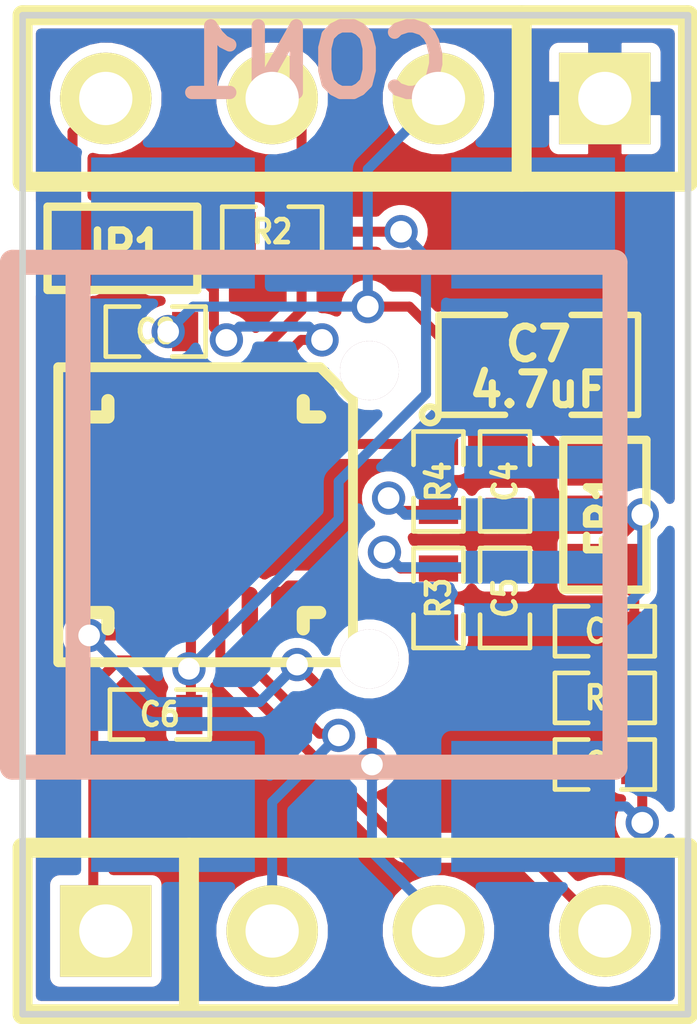
<source format=kicad_pcb>
(kicad_pcb (version 3) (host pcbnew "(2013-june-11)-stable")

  (general
    (links 37)
    (no_connects 0)
    (area 196.615756 74.574399 208.635601 90.525601)
    (thickness 1.6)
    (drawings 4)
    (tracks 119)
    (zones 0)
    (modules 17)
    (nets 16)
  )

  (page A3)
  (layers
    (15 F.Cu signal)
    (0 B.Cu signal)
    (16 B.Adhes user)
    (17 F.Adhes user)
    (18 B.Paste user)
    (19 F.Paste user)
    (20 B.SilkS user)
    (21 F.SilkS user)
    (22 B.Mask user)
    (23 F.Mask user)
    (24 Dwgs.User user)
    (25 Cmts.User user)
    (26 Eco1.User user)
    (27 Eco2.User user)
    (28 Edge.Cuts user)
  )

  (setup
    (last_trace_width 0.1524)
    (trace_clearance 0.1524)
    (zone_clearance 0.1524)
    (zone_45_only no)
    (trace_min 0.1524)
    (segment_width 0.2)
    (edge_width 0.1)
    (via_size 0.508)
    (via_drill 0.3302)
    (via_min_size 0.508)
    (via_min_drill 0.3302)
    (uvia_size 0.508)
    (uvia_drill 0.127)
    (uvias_allowed no)
    (uvia_min_size 0.508)
    (uvia_min_drill 0.127)
    (pcb_text_width 0.3)
    (pcb_text_size 1.5 1.5)
    (mod_edge_width 0.15)
    (mod_text_size 1 1)
    (mod_text_width 0.15)
    (pad_size 2.49936 1.99898)
    (pad_drill 0)
    (pad_to_mask_clearance 0)
    (aux_axis_origin 0 0)
    (visible_elements FFFFFF9F)
    (pcbplotparams
      (layerselection 284983297)
      (usegerberextensions true)
      (excludeedgelayer true)
      (linewidth 0.150000)
      (plotframeref false)
      (viasonmask false)
      (mode 1)
      (useauxorigin false)
      (hpglpennumber 1)
      (hpglpenspeed 20)
      (hpglpendiameter 15)
      (hpglpenoverlay 2)
      (psnegative false)
      (psa4output false)
      (plotreference true)
      (plotvalue true)
      (plotothertext true)
      (plotinvisibletext false)
      (padsonsilk false)
      (subtractmaskfromsilk true)
      (outputformat 1)
      (mirror false)
      (drillshape 0)
      (scaleselection 1)
      (outputdirectory gerber/))
  )

  (net 0 "")
  (net 1 3V3OUT)
  (net 2 CBUS0)
  (net 3 CTS)
  (net 4 D+)
  (net 5 D-)
  (net 6 GND)
  (net 7 N-000002)
  (net 8 N-000003)
  (net 9 N-000005)
  (net 10 N-000007)
  (net 11 RESET)
  (net 12 RTS)
  (net 13 RXD)
  (net 14 TXD)
  (net 15 VBUS)

  (net_class Default "This is the default net class."
    (clearance 0.1524)
    (trace_width 0.1524)
    (via_dia 0.508)
    (via_drill 0.3302)
    (uvia_dia 0.508)
    (uvia_drill 0.127)
    (add_net "")
    (add_net 3V3OUT)
    (add_net CBUS0)
    (add_net CTS)
    (add_net D+)
    (add_net D-)
    (add_net GND)
    (add_net N-000002)
    (add_net N-000003)
    (add_net N-000005)
    (add_net N-000007)
    (add_net RESET)
    (add_net RTS)
    (add_net RXD)
    (add_net TXD)
    (add_net VBUS)
  )

  (net_class Power ""
    (clearance 0.2032)
    (trace_width 0.2032)
    (via_dia 0.762)
    (via_drill 0.508)
    (uvia_dia 0.508)
    (uvia_drill 0.127)
  )

  (net_class Signal ""
    (clearance 0.1524)
    (trace_width 0.2032)
    (via_dia 0.508)
    (via_drill 0.3302)
    (uvia_dia 0.508)
    (uvia_drill 0.127)
  )

  (module USB_MINI_B   locked (layer B.Cu) (tedit 53019716) (tstamp 530191CA)
    (at 202.565 82.55)
    (descr "USB Mini-B 5-pin SMD connector")
    (tags "USB, Mini-B, connector")
    (path /52DA0676)
    (fp_text reference CON1 (at 0 -6.90118) (layer B.SilkS)
      (effects (font (size 1.016 1.016) (thickness 0.2032)) (justify mirror))
    )
    (fp_text value USB-MINI-B (at 0 7.0993) (layer B.SilkS) hide
      (effects (font (size 1.016 1.016) (thickness 0.2032)) (justify mirror))
    )
    (fp_line (start -3.59918 3.85064) (end -3.59918 -3.85064) (layer B.SilkS) (width 0.381))
    (fp_line (start -4.59994 3.85064) (end -4.59994 -3.85064) (layer B.SilkS) (width 0.381))
    (fp_line (start -4.59994 -3.85064) (end 4.59994 -3.85064) (layer B.SilkS) (width 0.381))
    (fp_line (start 4.59994 -3.85064) (end 4.59994 3.85064) (layer B.SilkS) (width 0.381))
    (fp_line (start 4.59994 3.85064) (end -4.59994 3.85064) (layer B.SilkS) (width 0.381))
    (pad 1 smd rect (at 3.44932 1.6002) (size 2.30124 0.50038)
      (layers B.Cu B.Paste B.Mask)
      (net 10 N-000007)
    )
    (pad 2 smd rect (at 3.44932 0.8001) (size 2.30124 0.50038)
      (layers B.Cu B.Paste B.Mask)
      (net 7 N-000002)
    )
    (pad 3 smd rect (at 3.44932 0) (size 2.30124 0.50038)
      (layers B.Cu B.Paste B.Mask)
      (net 8 N-000003)
    )
    (pad 4 smd rect (at 3.44932 -0.8001) (size 2.30124 0.50038)
      (layers B.Cu B.Paste B.Mask)
    )
    (pad 5 smd rect (at 3.44932 -1.6002) (size 2.30124 0.50038)
      (layers B.Cu B.Paste B.Mask)
      (net 6 GND)
    )
    (pad 6 smd rect (at 3.35026 4.45008) (size 2.49936 1.99898)
      (layers B.Cu B.Paste B.Mask)
      (net 9 N-000005)
    )
    (pad 7 smd rect (at -2.14884 4.45008) (size 2.49936 1.99898)
      (layers B.Cu B.Paste B.Mask)
    )
    (pad 8 smd rect (at 3.35026 -4.45008) (size 2.49936 1.99898)
      (layers B.Cu B.Paste B.Mask)
    )
    (pad 9 smd rect (at -2.14884 -4.45008) (size 2.49936 1.99898)
      (layers B.Cu B.Paste B.Mask)
    )
    (pad "" thru_hole circle (at 0.8509 2.19964) (size 0.89916 0.89916) (drill 0.89916)
      (layers *.Cu *.Mask B.SilkS)
    )
    (pad "" thru_hole circle (at 0.8509 -2.19964) (size 0.89916 0.89916) (drill 0.89916)
      (layers *.Cu *.Mask B.SilkS)
    )
  )

  (module SM0805 (layer F.Cu) (tedit 5091495C) (tstamp 530191D7)
    (at 205.994 80.264)
    (path /52DA1A09)
    (attr smd)
    (fp_text reference C7 (at 0 -0.3175) (layer F.SilkS)
      (effects (font (size 0.50038 0.50038) (thickness 0.10922)))
    )
    (fp_text value 4.7uF (at 0 0.381) (layer F.SilkS)
      (effects (font (size 0.50038 0.50038) (thickness 0.10922)))
    )
    (fp_circle (center -1.651 0.762) (end -1.651 0.635) (layer F.SilkS) (width 0.09906))
    (fp_line (start -0.508 0.762) (end -1.524 0.762) (layer F.SilkS) (width 0.09906))
    (fp_line (start -1.524 0.762) (end -1.524 -0.762) (layer F.SilkS) (width 0.09906))
    (fp_line (start -1.524 -0.762) (end -0.508 -0.762) (layer F.SilkS) (width 0.09906))
    (fp_line (start 0.508 -0.762) (end 1.524 -0.762) (layer F.SilkS) (width 0.09906))
    (fp_line (start 1.524 -0.762) (end 1.524 0.762) (layer F.SilkS) (width 0.09906))
    (fp_line (start 1.524 0.762) (end 0.508 0.762) (layer F.SilkS) (width 0.09906))
    (pad 1 smd rect (at -0.9525 0) (size 0.889 1.397)
      (layers F.Cu F.Paste F.Mask)
      (net 15 VBUS)
    )
    (pad 2 smd rect (at 0.9525 0) (size 0.889 1.397)
      (layers F.Cu F.Paste F.Mask)
      (net 6 GND)
    )
    (model smd/chip_cms.wrl
      (at (xyz 0 0 0))
      (scale (xyz 0.1 0.1 0.1))
      (rotate (xyz 0 0 0))
    )
  )

  (module SM0603 (layer F.Cu) (tedit 4E43A3D1) (tstamp 530191E1)
    (at 199.644 78.486 180)
    (path /5301925E)
    (attr smd)
    (fp_text reference JP1 (at 0 0 180) (layer F.SilkS)
      (effects (font (size 0.508 0.4572) (thickness 0.1143)))
    )
    (fp_text value JUMPER (at 0 0 180) (layer F.SilkS) hide
      (effects (font (size 0.508 0.4572) (thickness 0.1143)))
    )
    (fp_line (start -1.143 -0.635) (end 1.143 -0.635) (layer F.SilkS) (width 0.127))
    (fp_line (start 1.143 -0.635) (end 1.143 0.635) (layer F.SilkS) (width 0.127))
    (fp_line (start 1.143 0.635) (end -1.143 0.635) (layer F.SilkS) (width 0.127))
    (fp_line (start -1.143 0.635) (end -1.143 -0.635) (layer F.SilkS) (width 0.127))
    (pad 1 smd rect (at -0.762 0 180) (size 0.635 1.143)
      (layers F.Cu F.Paste F.Mask)
      (net 11 RESET)
    )
    (pad 2 smd rect (at 0.762 0 180) (size 0.635 1.143)
      (layers F.Cu F.Paste F.Mask)
      (net 2 CBUS0)
    )
    (model smd\resistors\R0603.wrl
      (at (xyz 0 0 0.001))
      (scale (xyz 0.5 0.5 0.5))
      (rotate (xyz 0 0 0))
    )
  )

  (module SM0603 (layer F.Cu) (tedit 4E43A3D1) (tstamp 530191EB)
    (at 207.01 82.55 90)
    (path /52DA1344)
    (attr smd)
    (fp_text reference FB1 (at 0 0 90) (layer F.SilkS)
      (effects (font (size 0.508 0.4572) (thickness 0.1143)))
    )
    (fp_text value 600R/1.3A (at 0 0 90) (layer F.SilkS) hide
      (effects (font (size 0.508 0.4572) (thickness 0.1143)))
    )
    (fp_line (start -1.143 -0.635) (end 1.143 -0.635) (layer F.SilkS) (width 0.127))
    (fp_line (start 1.143 -0.635) (end 1.143 0.635) (layer F.SilkS) (width 0.127))
    (fp_line (start 1.143 0.635) (end -1.143 0.635) (layer F.SilkS) (width 0.127))
    (fp_line (start -1.143 0.635) (end -1.143 -0.635) (layer F.SilkS) (width 0.127))
    (pad 1 smd rect (at -0.762 0 90) (size 0.635 1.143)
      (layers F.Cu F.Paste F.Mask)
      (net 10 N-000007)
    )
    (pad 2 smd rect (at 0.762 0 90) (size 0.635 1.143)
      (layers F.Cu F.Paste F.Mask)
      (net 15 VBUS)
    )
    (model smd\resistors\R0603.wrl
      (at (xyz 0 0 0.001))
      (scale (xyz 0.5 0.5 0.5))
      (rotate (xyz 0 0 0))
    )
  )

  (module SM0402_r (layer F.Cu) (tedit 5141C458) (tstamp 530191F7)
    (at 204.47 83.82 270)
    (path /52DA1227)
    (attr smd)
    (fp_text reference R3 (at 0 0 270) (layer F.SilkS)
      (effects (font (size 0.35052 0.3048) (thickness 0.07112)))
    )
    (fp_text value 27R (at 0.09906 0 270) (layer F.SilkS) hide
      (effects (font (size 0.35052 0.3048) (thickness 0.07112)))
    )
    (fp_line (start -0.254 -0.381) (end -0.762 -0.381) (layer F.SilkS) (width 0.07112))
    (fp_line (start -0.762 -0.381) (end -0.762 0.381) (layer F.SilkS) (width 0.07112))
    (fp_line (start -0.762 0.381) (end -0.254 0.381) (layer F.SilkS) (width 0.07112))
    (fp_line (start 0.254 -0.381) (end 0.762 -0.381) (layer F.SilkS) (width 0.07112))
    (fp_line (start 0.762 -0.381) (end 0.762 0.381) (layer F.SilkS) (width 0.07112))
    (fp_line (start 0.762 0.381) (end 0.254 0.381) (layer F.SilkS) (width 0.07112))
    (pad 1 smd rect (at -0.44958 0 270) (size 0.39878 0.59944)
      (layers F.Cu F.Paste F.Mask)
      (net 7 N-000002)
    )
    (pad 2 smd rect (at 0.44958 0 270) (size 0.39878 0.59944)
      (layers F.Cu F.Paste F.Mask)
      (net 4 D+)
    )
    (model smd/resistors/R0402.wrl
      (at (xyz 0 0 0))
      (scale (xyz 0.27 0.27 0.27))
      (rotate (xyz 0 0 0))
    )
  )

  (module SM0402_r (layer F.Cu) (tedit 5141C458) (tstamp 53019203)
    (at 204.47 82.042 90)
    (path /52DA1236)
    (attr smd)
    (fp_text reference R4 (at 0 0 90) (layer F.SilkS)
      (effects (font (size 0.35052 0.3048) (thickness 0.07112)))
    )
    (fp_text value 27R (at 0.09906 0 90) (layer F.SilkS) hide
      (effects (font (size 0.35052 0.3048) (thickness 0.07112)))
    )
    (fp_line (start -0.254 -0.381) (end -0.762 -0.381) (layer F.SilkS) (width 0.07112))
    (fp_line (start -0.762 -0.381) (end -0.762 0.381) (layer F.SilkS) (width 0.07112))
    (fp_line (start -0.762 0.381) (end -0.254 0.381) (layer F.SilkS) (width 0.07112))
    (fp_line (start 0.254 -0.381) (end 0.762 -0.381) (layer F.SilkS) (width 0.07112))
    (fp_line (start 0.762 -0.381) (end 0.762 0.381) (layer F.SilkS) (width 0.07112))
    (fp_line (start 0.762 0.381) (end 0.254 0.381) (layer F.SilkS) (width 0.07112))
    (pad 1 smd rect (at -0.44958 0 90) (size 0.39878 0.59944)
      (layers F.Cu F.Paste F.Mask)
      (net 8 N-000003)
    )
    (pad 2 smd rect (at 0.44958 0 90) (size 0.39878 0.59944)
      (layers F.Cu F.Paste F.Mask)
      (net 5 D-)
    )
    (model smd/resistors/R0402.wrl
      (at (xyz 0 0 0))
      (scale (xyz 0.27 0.27 0.27))
      (rotate (xyz 0 0 0))
    )
  )

  (module SM0402_r (layer F.Cu) (tedit 5141C458) (tstamp 5301920F)
    (at 201.93 78.232)
    (path /52DA16C7)
    (attr smd)
    (fp_text reference R2 (at 0 0) (layer F.SilkS)
      (effects (font (size 0.35052 0.3048) (thickness 0.07112)))
    )
    (fp_text value 10k (at 0.09906 0) (layer F.SilkS) hide
      (effects (font (size 0.35052 0.3048) (thickness 0.07112)))
    )
    (fp_line (start -0.254 -0.381) (end -0.762 -0.381) (layer F.SilkS) (width 0.07112))
    (fp_line (start -0.762 -0.381) (end -0.762 0.381) (layer F.SilkS) (width 0.07112))
    (fp_line (start -0.762 0.381) (end -0.254 0.381) (layer F.SilkS) (width 0.07112))
    (fp_line (start 0.254 -0.381) (end 0.762 -0.381) (layer F.SilkS) (width 0.07112))
    (fp_line (start 0.762 -0.381) (end 0.762 0.381) (layer F.SilkS) (width 0.07112))
    (fp_line (start 0.762 0.381) (end 0.254 0.381) (layer F.SilkS) (width 0.07112))
    (pad 1 smd rect (at -0.44958 0) (size 0.39878 0.59944)
      (layers F.Cu F.Paste F.Mask)
      (net 11 RESET)
    )
    (pad 2 smd rect (at 0.44958 0) (size 0.39878 0.59944)
      (layers F.Cu F.Paste F.Mask)
      (net 1 3V3OUT)
    )
    (model smd/resistors/R0402.wrl
      (at (xyz 0 0 0))
      (scale (xyz 0.27 0.27 0.27))
      (rotate (xyz 0 0 0))
    )
  )

  (module SM0402_r (layer F.Cu) (tedit 5141C458) (tstamp 5301921B)
    (at 207.01 85.344 180)
    (path /52DA08A7)
    (attr smd)
    (fp_text reference R1 (at 0 0 180) (layer F.SilkS)
      (effects (font (size 0.35052 0.3048) (thickness 0.07112)))
    )
    (fp_text value 1M (at 0.09906 0 180) (layer F.SilkS) hide
      (effects (font (size 0.35052 0.3048) (thickness 0.07112)))
    )
    (fp_line (start -0.254 -0.381) (end -0.762 -0.381) (layer F.SilkS) (width 0.07112))
    (fp_line (start -0.762 -0.381) (end -0.762 0.381) (layer F.SilkS) (width 0.07112))
    (fp_line (start -0.762 0.381) (end -0.254 0.381) (layer F.SilkS) (width 0.07112))
    (fp_line (start 0.254 -0.381) (end 0.762 -0.381) (layer F.SilkS) (width 0.07112))
    (fp_line (start 0.762 -0.381) (end 0.762 0.381) (layer F.SilkS) (width 0.07112))
    (fp_line (start 0.762 0.381) (end 0.254 0.381) (layer F.SilkS) (width 0.07112))
    (pad 1 smd rect (at -0.44958 0 180) (size 0.39878 0.59944)
      (layers F.Cu F.Paste F.Mask)
      (net 9 N-000005)
    )
    (pad 2 smd rect (at 0.44958 0 180) (size 0.39878 0.59944)
      (layers F.Cu F.Paste F.Mask)
      (net 6 GND)
    )
    (model smd/resistors/R0402.wrl
      (at (xyz 0 0 0))
      (scale (xyz 0.27 0.27 0.27))
      (rotate (xyz 0 0 0))
    )
  )

  (module SM0402_c (layer F.Cu) (tedit 516FD0AE) (tstamp 53019227)
    (at 207.01 84.328 180)
    (path /52DA0BD5)
    (attr smd)
    (fp_text reference C3 (at 0 0 180) (layer F.SilkS)
      (effects (font (size 0.35052 0.3048) (thickness 0.07112)))
    )
    (fp_text value 10nF (at 0.09906 0 180) (layer F.SilkS) hide
      (effects (font (size 0.35052 0.3048) (thickness 0.07112)))
    )
    (fp_line (start -0.254 -0.381) (end -0.762 -0.381) (layer F.SilkS) (width 0.07112))
    (fp_line (start -0.762 -0.381) (end -0.762 0.381) (layer F.SilkS) (width 0.07112))
    (fp_line (start -0.762 0.381) (end -0.254 0.381) (layer F.SilkS) (width 0.07112))
    (fp_line (start 0.254 -0.381) (end 0.762 -0.381) (layer F.SilkS) (width 0.07112))
    (fp_line (start 0.762 -0.381) (end 0.762 0.381) (layer F.SilkS) (width 0.07112))
    (fp_line (start 0.762 0.381) (end 0.254 0.381) (layer F.SilkS) (width 0.07112))
    (pad 1 smd rect (at -0.44958 0 180) (size 0.39878 0.59944)
      (layers F.Cu F.Paste F.Mask)
      (net 10 N-000007)
    )
    (pad 2 smd rect (at 0.44958 0 180) (size 0.39878 0.59944)
      (layers F.Cu F.Paste F.Mask)
      (net 6 GND)
    )
    (model smd/capacitors/C0402.wrl
      (at (xyz 0 0 0))
      (scale (xyz 0.27 0.27 0.27))
      (rotate (xyz 0 0 0))
    )
  )

  (module SM0402_c (layer F.Cu) (tedit 516FD0AE) (tstamp 53019233)
    (at 205.486 82.042 90)
    (path /52DA10DA)
    (attr smd)
    (fp_text reference C4 (at 0 0 90) (layer F.SilkS)
      (effects (font (size 0.35052 0.3048) (thickness 0.07112)))
    )
    (fp_text value 47pF (at 0.09906 0 90) (layer F.SilkS) hide
      (effects (font (size 0.35052 0.3048) (thickness 0.07112)))
    )
    (fp_line (start -0.254 -0.381) (end -0.762 -0.381) (layer F.SilkS) (width 0.07112))
    (fp_line (start -0.762 -0.381) (end -0.762 0.381) (layer F.SilkS) (width 0.07112))
    (fp_line (start -0.762 0.381) (end -0.254 0.381) (layer F.SilkS) (width 0.07112))
    (fp_line (start 0.254 -0.381) (end 0.762 -0.381) (layer F.SilkS) (width 0.07112))
    (fp_line (start 0.762 -0.381) (end 0.762 0.381) (layer F.SilkS) (width 0.07112))
    (fp_line (start 0.762 0.381) (end 0.254 0.381) (layer F.SilkS) (width 0.07112))
    (pad 1 smd rect (at -0.44958 0 90) (size 0.39878 0.59944)
      (layers F.Cu F.Paste F.Mask)
      (net 8 N-000003)
    )
    (pad 2 smd rect (at 0.44958 0 90) (size 0.39878 0.59944)
      (layers F.Cu F.Paste F.Mask)
      (net 6 GND)
    )
    (model smd/capacitors/C0402.wrl
      (at (xyz 0 0 0))
      (scale (xyz 0.27 0.27 0.27))
      (rotate (xyz 0 0 0))
    )
  )

  (module SM0402_c (layer F.Cu) (tedit 516FD0AE) (tstamp 5301923F)
    (at 205.486 83.82 270)
    (path /52DA10E9)
    (attr smd)
    (fp_text reference C5 (at 0 0 270) (layer F.SilkS)
      (effects (font (size 0.35052 0.3048) (thickness 0.07112)))
    )
    (fp_text value 47pF (at 0.09906 0 270) (layer F.SilkS) hide
      (effects (font (size 0.35052 0.3048) (thickness 0.07112)))
    )
    (fp_line (start -0.254 -0.381) (end -0.762 -0.381) (layer F.SilkS) (width 0.07112))
    (fp_line (start -0.762 -0.381) (end -0.762 0.381) (layer F.SilkS) (width 0.07112))
    (fp_line (start -0.762 0.381) (end -0.254 0.381) (layer F.SilkS) (width 0.07112))
    (fp_line (start 0.254 -0.381) (end 0.762 -0.381) (layer F.SilkS) (width 0.07112))
    (fp_line (start 0.762 -0.381) (end 0.762 0.381) (layer F.SilkS) (width 0.07112))
    (fp_line (start 0.762 0.381) (end 0.254 0.381) (layer F.SilkS) (width 0.07112))
    (pad 1 smd rect (at -0.44958 0 270) (size 0.39878 0.59944)
      (layers F.Cu F.Paste F.Mask)
      (net 7 N-000002)
    )
    (pad 2 smd rect (at 0.44958 0 270) (size 0.39878 0.59944)
      (layers F.Cu F.Paste F.Mask)
      (net 6 GND)
    )
    (model smd/capacitors/C0402.wrl
      (at (xyz 0 0 0))
      (scale (xyz 0.27 0.27 0.27))
      (rotate (xyz 0 0 0))
    )
  )

  (module SM0402_c (layer F.Cu) (tedit 516FD0AE) (tstamp 5301924B)
    (at 207.01 86.36 180)
    (path /52DA08E2)
    (attr smd)
    (fp_text reference C1 (at 0 0 180) (layer F.SilkS)
      (effects (font (size 0.35052 0.3048) (thickness 0.07112)))
    )
    (fp_text value 4.7nF (at 0.09906 0 180) (layer F.SilkS) hide
      (effects (font (size 0.35052 0.3048) (thickness 0.07112)))
    )
    (fp_line (start -0.254 -0.381) (end -0.762 -0.381) (layer F.SilkS) (width 0.07112))
    (fp_line (start -0.762 -0.381) (end -0.762 0.381) (layer F.SilkS) (width 0.07112))
    (fp_line (start -0.762 0.381) (end -0.254 0.381) (layer F.SilkS) (width 0.07112))
    (fp_line (start 0.254 -0.381) (end 0.762 -0.381) (layer F.SilkS) (width 0.07112))
    (fp_line (start 0.762 -0.381) (end 0.762 0.381) (layer F.SilkS) (width 0.07112))
    (fp_line (start 0.762 0.381) (end 0.254 0.381) (layer F.SilkS) (width 0.07112))
    (pad 1 smd rect (at -0.44958 0 180) (size 0.39878 0.59944)
      (layers F.Cu F.Paste F.Mask)
      (net 9 N-000005)
    )
    (pad 2 smd rect (at 0.44958 0 180) (size 0.39878 0.59944)
      (layers F.Cu F.Paste F.Mask)
      (net 6 GND)
    )
    (model smd/capacitors/C0402.wrl
      (at (xyz 0 0 0))
      (scale (xyz 0.27 0.27 0.27))
      (rotate (xyz 0 0 0))
    )
  )

  (module SM0402_c (layer F.Cu) (tedit 516FD0AE) (tstamp 53019257)
    (at 200.2155 85.598 180)
    (path /52DA22C9)
    (attr smd)
    (fp_text reference C6 (at 0 0 180) (layer F.SilkS)
      (effects (font (size 0.35052 0.3048) (thickness 0.07112)))
    )
    (fp_text value 0.1uF (at 0.09906 0 180) (layer F.SilkS) hide
      (effects (font (size 0.35052 0.3048) (thickness 0.07112)))
    )
    (fp_line (start -0.254 -0.381) (end -0.762 -0.381) (layer F.SilkS) (width 0.07112))
    (fp_line (start -0.762 -0.381) (end -0.762 0.381) (layer F.SilkS) (width 0.07112))
    (fp_line (start -0.762 0.381) (end -0.254 0.381) (layer F.SilkS) (width 0.07112))
    (fp_line (start 0.254 -0.381) (end 0.762 -0.381) (layer F.SilkS) (width 0.07112))
    (fp_line (start 0.762 -0.381) (end 0.762 0.381) (layer F.SilkS) (width 0.07112))
    (fp_line (start 0.762 0.381) (end 0.254 0.381) (layer F.SilkS) (width 0.07112))
    (pad 1 smd rect (at -0.44958 0 180) (size 0.39878 0.59944)
      (layers F.Cu F.Paste F.Mask)
      (net 1 3V3OUT)
    )
    (pad 2 smd rect (at 0.44958 0 180) (size 0.39878 0.59944)
      (layers F.Cu F.Paste F.Mask)
      (net 6 GND)
    )
    (model smd/capacitors/C0402.wrl
      (at (xyz 0 0 0))
      (scale (xyz 0.27 0.27 0.27))
      (rotate (xyz 0 0 0))
    )
  )

  (module SM0402_c (layer F.Cu) (tedit 516FD0AE) (tstamp 53019263)
    (at 200.152 79.756 180)
    (path /52DA23A5)
    (attr smd)
    (fp_text reference C8 (at 0 0 180) (layer F.SilkS)
      (effects (font (size 0.35052 0.3048) (thickness 0.07112)))
    )
    (fp_text value 0.1uF (at 0.09906 0 180) (layer F.SilkS) hide
      (effects (font (size 0.35052 0.3048) (thickness 0.07112)))
    )
    (fp_line (start -0.254 -0.381) (end -0.762 -0.381) (layer F.SilkS) (width 0.07112))
    (fp_line (start -0.762 -0.381) (end -0.762 0.381) (layer F.SilkS) (width 0.07112))
    (fp_line (start -0.762 0.381) (end -0.254 0.381) (layer F.SilkS) (width 0.07112))
    (fp_line (start 0.254 -0.381) (end 0.762 -0.381) (layer F.SilkS) (width 0.07112))
    (fp_line (start 0.762 -0.381) (end 0.762 0.381) (layer F.SilkS) (width 0.07112))
    (fp_line (start 0.762 0.381) (end 0.254 0.381) (layer F.SilkS) (width 0.07112))
    (pad 1 smd rect (at -0.44958 0 180) (size 0.39878 0.59944)
      (layers F.Cu F.Paste F.Mask)
      (net 15 VBUS)
    )
    (pad 2 smd rect (at 0.44958 0 180) (size 0.39878 0.59944)
      (layers F.Cu F.Paste F.Mask)
      (net 6 GND)
    )
    (model smd/capacitors/C0402.wrl
      (at (xyz 0 0 0))
      (scale (xyz 0.27 0.27 0.27))
      (rotate (xyz 0 0 0))
    )
  )

  (module SIL-4   locked (layer F.Cu) (tedit 53019489) (tstamp 53019272)
    (at 203.2 88.9)
    (descr "Connecteur 4 pibs")
    (tags "CONN DEV")
    (path /5301910A)
    (fp_text reference P2 (at 0 -2.54) (layer F.SilkS) hide
      (effects (font (size 1.73482 1.08712) (thickness 0.27178)))
    )
    (fp_text value CONN_4 (at 0 -2.54) (layer F.SilkS) hide
      (effects (font (size 1.524 1.016) (thickness 0.3048)))
    )
    (fp_line (start -5.08 -1.27) (end -5.08 -1.27) (layer F.SilkS) (width 0.3048))
    (fp_line (start -5.08 1.27) (end -5.08 -1.27) (layer F.SilkS) (width 0.3048))
    (fp_line (start -5.08 -1.27) (end -5.08 -1.27) (layer F.SilkS) (width 0.3048))
    (fp_line (start -5.08 -1.27) (end 5.08 -1.27) (layer F.SilkS) (width 0.3048))
    (fp_line (start 5.08 -1.27) (end 5.08 1.27) (layer F.SilkS) (width 0.3048))
    (fp_line (start 5.08 1.27) (end -5.08 1.27) (layer F.SilkS) (width 0.3048))
    (fp_line (start -2.54 1.27) (end -2.54 -1.27) (layer F.SilkS) (width 0.3048))
    (pad 1 thru_hole rect (at -3.81 0) (size 1.397 1.397) (drill 0.8128)
      (layers *.Cu *.Mask F.SilkS)
      (net 12 RTS)
    )
    (pad 2 thru_hole circle (at -1.27 0) (size 1.397 1.397) (drill 0.8128)
      (layers *.Cu *.Mask F.SilkS)
      (net 3 CTS)
    )
    (pad 3 thru_hole circle (at 1.27 0) (size 1.397 1.397) (drill 0.8128)
      (layers *.Cu *.Mask F.SilkS)
      (net 14 TXD)
    )
    (pad 4 thru_hole circle (at 3.81 0) (size 1.397 1.397) (drill 0.8128)
      (layers *.Cu *.Mask F.SilkS)
      (net 13 RXD)
    )
  )

  (module SIL-4   locked (layer F.Cu) (tedit 5301948E) (tstamp 53019281)
    (at 203.2 76.2 180)
    (descr "Connecteur 4 pibs")
    (tags "CONN DEV")
    (path /53019119)
    (fp_text reference P1 (at 0 -2.54 180) (layer F.SilkS) hide
      (effects (font (size 1.73482 1.08712) (thickness 0.27178)))
    )
    (fp_text value CONN_4 (at 0 -2.54 180) (layer F.SilkS) hide
      (effects (font (size 1.524 1.016) (thickness 0.3048)))
    )
    (fp_line (start -5.08 -1.27) (end -5.08 -1.27) (layer F.SilkS) (width 0.3048))
    (fp_line (start -5.08 1.27) (end -5.08 -1.27) (layer F.SilkS) (width 0.3048))
    (fp_line (start -5.08 -1.27) (end -5.08 -1.27) (layer F.SilkS) (width 0.3048))
    (fp_line (start -5.08 -1.27) (end 5.08 -1.27) (layer F.SilkS) (width 0.3048))
    (fp_line (start 5.08 -1.27) (end 5.08 1.27) (layer F.SilkS) (width 0.3048))
    (fp_line (start 5.08 1.27) (end -5.08 1.27) (layer F.SilkS) (width 0.3048))
    (fp_line (start -2.54 1.27) (end -2.54 -1.27) (layer F.SilkS) (width 0.3048))
    (pad 1 thru_hole rect (at -3.81 0 180) (size 1.397 1.397) (drill 0.8128)
      (layers *.Cu *.Mask F.SilkS)
      (net 6 GND)
    )
    (pad 2 thru_hole circle (at -1.27 0 180) (size 1.397 1.397) (drill 0.8128)
      (layers *.Cu *.Mask F.SilkS)
      (net 15 VBUS)
    )
    (pad 3 thru_hole circle (at 1.27 0 180) (size 1.397 1.397) (drill 0.8128)
      (layers *.Cu *.Mask F.SilkS)
      (net 1 3V3OUT)
    )
    (pad 4 thru_hole circle (at 3.81 0 180) (size 1.397 1.397) (drill 0.8128)
      (layers *.Cu *.Mask F.SilkS)
      (net 2 CBUS0)
    )
  )

  (module DFN12   locked (layer F.Cu) (tedit 530192DB) (tstamp 5301929F)
    (at 200.914 82.55 270)
    (path /52DA065D)
    (clearance 0.18)
    (fp_text reference U1 (at 0 -3 270) (layer F.SilkS) hide
      (effects (font (size 1.00076 1.00076) (thickness 0.25019)))
    )
    (fp_text value FT234XD (at 0 3.25 270) (layer F.SilkS) hide
      (effects (font (size 1.00076 1.00076) (thickness 0.25019)))
    )
    (fp_line (start -2.25 -1.75) (end -1.75 -2.25) (layer F.SilkS) (width 0.15))
    (fp_line (start -2.25 2.25) (end -2.25 -1.75) (layer F.SilkS) (width 0.15))
    (fp_line (start 2.25 2.25) (end -2.25 2.25) (layer F.SilkS) (width 0.15))
    (fp_line (start -1.75 -2.25) (end 2.25 -2.25) (layer F.SilkS) (width 0.15))
    (fp_line (start 2.25 -2.25) (end 2.25 2.25) (layer F.SilkS) (width 0.15))
    (fp_line (start -1.49136 -1.49244) (end -1.49136 -1.74136) (layer F.SilkS) (width 0.20066))
    (fp_line (start -1.74136 -1.49136) (end -1.49244 -1.49136) (layer F.SilkS) (width 0.20066))
    (fp_line (start -1.49244 1.49136) (end -1.74136 1.49136) (layer F.SilkS) (width 0.20066))
    (fp_line (start -1.49136 1.74136) (end -1.49136 1.49244) (layer F.SilkS) (width 0.20066))
    (fp_line (start 1.49136 1.49244) (end 1.49136 1.74136) (layer F.SilkS) (width 0.20066))
    (fp_line (start 1.74136 1.49136) (end 1.49244 1.49136) (layer F.SilkS) (width 0.20066))
    (fp_line (start 1.49244 -1.49136) (end 1.74136 -1.49136) (layer F.SilkS) (width 0.20066))
    (fp_line (start 1.49136 -1.74136) (end 1.49136 -1.49244) (layer F.SilkS) (width 0.20066))
    (pad 13 smd rect (at 0 0 180) (size 2.5 1.6)
      (layers F.Cu F.Paste F.Mask)
      (net 6 GND)
      (solder_paste_margin -0.1)
    )
    (pad 1 smd oval (at -1.49898 -1.125 270) (size 0.8001 0.25)
      (layers F.Cu F.Paste F.Mask)
      (net 5 D-)
    )
    (pad 2 smd oval (at -1.49898 -0.675 270) (size 0.8001 0.25)
      (layers F.Cu F.Paste F.Mask)
      (net 11 RESET)
    )
    (pad 3 smd oval (at -1.49898 -0.225 270) (size 0.8001 0.25)
      (layers F.Cu F.Paste F.Mask)
      (net 1 3V3OUT)
    )
    (pad 4 smd oval (at -1.49898 0.225 270) (size 0.8001 0.25)
      (layers F.Cu F.Paste F.Mask)
      (net 15 VBUS)
    )
    (pad 5 smd oval (at -1.49898 0.675 270) (size 0.8001 0.25)
      (layers F.Cu F.Paste F.Mask)
      (net 6 GND)
    )
    (pad 6 smd oval (at -1.49898 1.125 270) (size 0.8001 0.25)
      (layers F.Cu F.Paste F.Mask)
      (net 2 CBUS0)
    )
    (pad 7 smd oval (at 1.49898 1.125 90) (size 0.8001 0.25)
      (layers F.Cu F.Paste F.Mask)
      (net 14 TXD)
    )
    (pad 8 smd oval (at 1.49898 0.675 90) (size 0.8001 0.25)
      (layers F.Cu F.Paste F.Mask)
      (net 12 RTS)
    )
    (pad 9 smd oval (at 1.49898 0.225 90) (size 0.8001 0.25)
      (layers F.Cu F.Paste F.Mask)
      (net 1 3V3OUT)
    )
    (pad 10 smd oval (at 1.49898 -0.225 90) (size 0.8001 0.25)
      (layers F.Cu F.Paste F.Mask)
      (net 13 RXD)
    )
    (pad 11 smd oval (at 1.49898 -0.675 90) (size 0.8001 0.25)
      (layers F.Cu F.Paste F.Mask)
      (net 3 CTS)
    )
    (pad 12 smd oval (at 1.49898 -1.125 90) (size 0.8001 0.25)
      (layers F.Cu F.Paste F.Mask)
      (net 4 D+)
    )
    (model smd/qfn24.wrl
      (at (xyz 0 0 0))
      (scale (xyz 1 1 1))
      (rotate (xyz 0 0 0))
    )
  )

  (gr_line (start 208.28 74.93) (end 198.12 74.93) (angle 90) (layer Edge.Cuts) (width 0.1))
  (gr_line (start 208.28 90.17) (end 208.28 74.93) (angle 90) (layer Edge.Cuts) (width 0.1))
  (gr_line (start 198.12 90.17) (end 208.28 90.17) (angle 90) (layer Edge.Cuts) (width 0.1))
  (gr_line (start 198.12 74.93) (end 198.12 90.17) (angle 90) (layer Edge.Cuts) (width 0.1))

  (segment (start 200.689 84.04898) (end 200.689 84.8705) (width 0.1524) (layer F.Cu) (net 1))
  (segment (start 200.689 84.8705) (end 200.66 84.8995) (width 0.1524) (layer F.Cu) (net 1) (tstamp 53019AAF))
  (via (at 200.66 84.8995) (size 0.508) (layers F.Cu B.Cu) (net 1))
  (segment (start 200.66 84.8995) (end 202.946 82.6135) (width 0.1524) (layer B.Cu) (net 1) (tstamp 53019AB5))
  (segment (start 202.946 82.6135) (end 202.946 82.042) (width 0.1524) (layer B.Cu) (net 1) (tstamp 53019AB6))
  (segment (start 202.946 82.042) (end 204.2795 80.7085) (width 0.1524) (layer B.Cu) (net 1) (tstamp 53019B36))
  (segment (start 204.2795 80.7085) (end 204.2795 78.613) (width 0.1524) (layer B.Cu) (net 1) (tstamp 53019B38))
  (segment (start 204.2795 78.613) (end 203.8985 78.232) (width 0.1524) (layer B.Cu) (net 1) (tstamp 53019B3A))
  (via (at 203.8985 78.232) (size 0.508) (layers F.Cu B.Cu) (net 1))
  (segment (start 203.8985 78.232) (end 202.37958 78.232) (width 0.1524) (layer F.Cu) (net 1) (tstamp 53019B42))
  (segment (start 200.689 84.04898) (end 200.689 85.57408) (width 0.1524) (layer F.Cu) (net 1))
  (segment (start 200.689 85.57408) (end 200.66508 85.598) (width 0.1524) (layer F.Cu) (net 1) (tstamp 53019AAC))
  (segment (start 202.37958 78.232) (end 202.37958 76.64958) (width 0.1524) (layer F.Cu) (net 1))
  (segment (start 202.37958 76.64958) (end 201.93 76.2) (width 0.1524) (layer F.Cu) (net 1) (tstamp 53019A5F))
  (segment (start 201.139 81.05102) (end 201.139 80.674) (width 0.1524) (layer F.Cu) (net 1))
  (segment (start 201.139 80.674) (end 202.37958 79.43342) (width 0.1524) (layer F.Cu) (net 1) (tstamp 53019A4E))
  (segment (start 202.37958 79.43342) (end 202.37958 78.232) (width 0.1524) (layer F.Cu) (net 1) (tstamp 53019A50))
  (segment (start 198.882 78.486) (end 198.882 76.708) (width 0.1524) (layer F.Cu) (net 2))
  (segment (start 198.882 76.708) (end 199.39 76.2) (width 0.1524) (layer F.Cu) (net 2) (tstamp 5301989C))
  (segment (start 199.789 81.05102) (end 199.789 80.536) (width 0.1524) (layer F.Cu) (net 2))
  (segment (start 198.882 79.9465) (end 198.882 78.486) (width 0.1524) (layer F.Cu) (net 2) (tstamp 53019747))
  (segment (start 199.3265 80.391) (end 198.882 79.9465) (width 0.1524) (layer F.Cu) (net 2) (tstamp 53019746))
  (segment (start 199.644 80.391) (end 199.3265 80.391) (width 0.1524) (layer F.Cu) (net 2) (tstamp 53019745))
  (segment (start 199.789 80.536) (end 199.644 80.391) (width 0.1524) (layer F.Cu) (net 2) (tstamp 53019744))
  (segment (start 201.589 84.04898) (end 201.589 84.825944) (width 0.1524) (layer F.Cu) (net 3))
  (segment (start 201.93 86.9315) (end 201.93 88.9) (width 0.1524) (layer B.Cu) (net 3) (tstamp 53019858))
  (segment (start 202.946 85.9155) (end 201.93 86.9315) (width 0.1524) (layer B.Cu) (net 3) (tstamp 53019857))
  (via (at 202.946 85.9155) (size 0.508) (layers F.Cu B.Cu) (net 3))
  (segment (start 202.920972 85.890472) (end 202.946 85.9155) (width 0.1524) (layer F.Cu) (net 3) (tstamp 53019854))
  (segment (start 202.653528 85.890472) (end 202.920972 85.890472) (width 0.1524) (layer F.Cu) (net 3) (tstamp 53019853))
  (segment (start 201.589 84.825944) (end 202.653528 85.890472) (width 0.1524) (layer F.Cu) (net 3) (tstamp 53019852))
  (segment (start 202.039 84.04898) (end 202.039 83.7745) (width 0.1524) (layer F.Cu) (net 4))
  (segment (start 204.28458 84.26958) (end 204.47 84.26958) (width 0.1524) (layer F.Cu) (net 4) (tstamp 5301977B))
  (segment (start 203.6445 83.6295) (end 204.28458 84.26958) (width 0.1524) (layer F.Cu) (net 4) (tstamp 5301977A))
  (segment (start 202.184 83.6295) (end 203.6445 83.6295) (width 0.1524) (layer F.Cu) (net 4) (tstamp 53019779))
  (segment (start 202.039 83.7745) (end 202.184 83.6295) (width 0.1524) (layer F.Cu) (net 4) (tstamp 53019778))
  (segment (start 202.039 81.05102) (end 202.039 81.3255) (width 0.1524) (layer F.Cu) (net 5))
  (segment (start 204.34808 81.4705) (end 204.47 81.59242) (width 0.1524) (layer F.Cu) (net 5) (tstamp 53019775))
  (segment (start 202.184 81.4705) (end 204.34808 81.4705) (width 0.1524) (layer F.Cu) (net 5) (tstamp 53019774))
  (segment (start 202.039 81.3255) (end 202.184 81.4705) (width 0.1524) (layer F.Cu) (net 5) (tstamp 53019773))
  (segment (start 204.47 83.37042) (end 203.89342 83.37042) (width 0.1524) (layer F.Cu) (net 7))
  (segment (start 203.8731 83.3501) (end 206.01432 83.3501) (width 0.1524) (layer B.Cu) (net 7) (tstamp 5301978C))
  (segment (start 203.6445 83.1215) (end 203.8731 83.3501) (width 0.1524) (layer B.Cu) (net 7) (tstamp 5301978B))
  (via (at 203.6445 83.1215) (size 0.508) (layers F.Cu B.Cu) (net 7))
  (segment (start 203.89342 83.37042) (end 203.6445 83.1215) (width 0.1524) (layer F.Cu) (net 7) (tstamp 53019789))
  (segment (start 204.47 83.37042) (end 205.486 83.37042) (width 0.1524) (layer F.Cu) (net 7))
  (segment (start 204.47 82.49158) (end 203.90358 82.49158) (width 0.1524) (layer F.Cu) (net 8))
  (segment (start 203.962 82.55) (end 206.01432 82.55) (width 0.1524) (layer B.Cu) (net 8) (tstamp 53019785))
  (segment (start 203.708 82.296) (end 203.962 82.55) (width 0.1524) (layer B.Cu) (net 8) (tstamp 53019784))
  (via (at 203.708 82.296) (size 0.508) (layers F.Cu B.Cu) (net 8))
  (segment (start 203.90358 82.49158) (end 203.708 82.296) (width 0.1524) (layer F.Cu) (net 8) (tstamp 53019782))
  (segment (start 204.47 82.49158) (end 205.486 82.49158) (width 0.1524) (layer F.Cu) (net 8))
  (segment (start 207.45958 85.344) (end 207.45958 86.36) (width 0.1524) (layer F.Cu) (net 9))
  (segment (start 207.45958 86.36) (end 207.5815 86.48192) (width 0.1524) (layer F.Cu) (net 9) (tstamp 530197D4))
  (segment (start 207.5815 86.48192) (end 207.5815 87.249) (width 0.1524) (layer F.Cu) (net 9) (tstamp 530197D5))
  (via (at 207.5815 87.249) (size 0.508) (layers F.Cu B.Cu) (net 9))
  (segment (start 207.5815 87.249) (end 207.33258 87.00008) (width 0.1524) (layer B.Cu) (net 9) (tstamp 530197D7))
  (segment (start 207.33258 87.00008) (end 205.91526 87.00008) (width 0.1524) (layer B.Cu) (net 9) (tstamp 530197D8))
  (segment (start 207.45958 84.328) (end 207.45958 83.76158) (width 0.1524) (layer F.Cu) (net 10))
  (segment (start 207.45958 83.76158) (end 207.01 83.312) (width 0.1524) (layer F.Cu) (net 10) (tstamp 53019818))
  (segment (start 206.01432 84.1502) (end 207.1243 84.1502) (width 0.1524) (layer B.Cu) (net 10))
  (segment (start 207.01 83.1215) (end 207.01 83.312) (width 0.1524) (layer F.Cu) (net 10) (tstamp 530197D1))
  (segment (start 207.5815 82.55) (end 207.01 83.1215) (width 0.1524) (layer F.Cu) (net 10) (tstamp 530197D0))
  (via (at 207.5815 82.55) (size 0.508) (layers F.Cu B.Cu) (net 10))
  (segment (start 207.5815 83.693) (end 207.5815 82.55) (width 0.1524) (layer B.Cu) (net 10) (tstamp 530197CE))
  (segment (start 207.1243 84.1502) (end 207.5815 83.693) (width 0.1524) (layer B.Cu) (net 10) (tstamp 530197CD))
  (segment (start 201.041 79.121) (end 201.041 78.67142) (width 0.1524) (layer F.Cu) (net 11))
  (segment (start 201.041 78.67142) (end 201.48042 78.232) (width 0.1524) (layer F.Cu) (net 11) (tstamp 53019A56))
  (segment (start 201.589 81.05102) (end 201.589 80.6685) (width 0.1524) (layer F.Cu) (net 11))
  (segment (start 201.041 79.121) (end 200.406 78.486) (width 0.1524) (layer F.Cu) (net 11) (tstamp 53019A4B))
  (segment (start 201.041 79.6925) (end 201.041 79.121) (width 0.1524) (layer F.Cu) (net 11) (tstamp 53019A4A))
  (segment (start 201.2315 79.883) (end 201.041 79.6925) (width 0.1524) (layer F.Cu) (net 11) (tstamp 53019A49))
  (via (at 201.2315 79.883) (size 0.508) (layers F.Cu B.Cu) (net 11))
  (segment (start 201.434698 79.679802) (end 201.2315 79.883) (width 0.1524) (layer B.Cu) (net 11) (tstamp 53019A44))
  (segment (start 202.488802 79.679802) (end 201.434698 79.679802) (width 0.1524) (layer B.Cu) (net 11) (tstamp 53019A43))
  (segment (start 202.692 79.883) (end 202.488802 79.679802) (width 0.1524) (layer B.Cu) (net 11) (tstamp 53019A42))
  (via (at 202.692 79.883) (size 0.508) (layers F.Cu B.Cu) (net 11))
  (segment (start 202.3745 79.883) (end 202.692 79.883) (width 0.1524) (layer F.Cu) (net 11) (tstamp 53019A2F))
  (segment (start 201.589 80.6685) (end 202.3745 79.883) (width 0.1524) (layer F.Cu) (net 11) (tstamp 53019A2E))
  (segment (start 200.239 84.04898) (end 200.239 84.5585) (width 0.1524) (layer F.Cu) (net 12))
  (segment (start 199.1995 88.7095) (end 199.39 88.9) (width 0.1524) (layer F.Cu) (net 12) (tstamp 53019861))
  (segment (start 199.1995 85.1535) (end 199.1995 88.7095) (width 0.1524) (layer F.Cu) (net 12) (tstamp 53019860))
  (segment (start 199.5805 84.7725) (end 199.1995 85.1535) (width 0.1524) (layer F.Cu) (net 12) (tstamp 5301985F))
  (segment (start 200.025 84.7725) (end 199.5805 84.7725) (width 0.1524) (layer F.Cu) (net 12) (tstamp 5301985E))
  (segment (start 200.239 84.5585) (end 200.025 84.7725) (width 0.1524) (layer F.Cu) (net 12) (tstamp 5301985D))
  (segment (start 201.139 84.04898) (end 201.139 84.807) (width 0.1524) (layer F.Cu) (net 13))
  (segment (start 205.74 87.63) (end 207.01 88.9) (width 0.1524) (layer F.Cu) (net 13) (tstamp 5301984E))
  (segment (start 203.962 87.63) (end 205.74 87.63) (width 0.1524) (layer F.Cu) (net 13) (tstamp 5301984C))
  (segment (start 201.139 84.807) (end 203.962 87.63) (width 0.1524) (layer F.Cu) (net 13) (tstamp 5301984B))
  (segment (start 199.789 84.04898) (end 199.789 84.132944) (width 0.1524) (layer F.Cu) (net 14))
  (segment (start 204.47 88.7095) (end 204.47 88.9) (width 0.1524) (layer B.Cu) (net 14) (tstamp 53019C37))
  (segment (start 203.454 87.6935) (end 204.47 88.7095) (width 0.1524) (layer B.Cu) (net 14) (tstamp 53019C34))
  (segment (start 203.454 86.36) (end 203.454 87.6935) (width 0.1524) (layer B.Cu) (net 14) (tstamp 53019C33))
  (via (at 203.454 86.36) (size 0.508) (layers F.Cu B.Cu) (net 14))
  (segment (start 203.454 85.725) (end 203.454 86.36) (width 0.1524) (layer F.Cu) (net 14) (tstamp 53019C25))
  (segment (start 203.1365 85.4075) (end 203.454 85.725) (width 0.1524) (layer F.Cu) (net 14) (tstamp 53019C23))
  (segment (start 202.8825 85.4075) (end 203.1365 85.4075) (width 0.1524) (layer F.Cu) (net 14) (tstamp 53019C1B))
  (segment (start 202.311 84.836) (end 202.8825 85.4075) (width 0.1524) (layer F.Cu) (net 14) (tstamp 53019C1A))
  (via (at 202.311 84.836) (size 0.508) (layers F.Cu B.Cu) (net 14))
  (segment (start 201.7395 85.4075) (end 202.311 84.836) (width 0.1524) (layer B.Cu) (net 14) (tstamp 53019C12))
  (segment (start 200.152 85.4075) (end 201.7395 85.4075) (width 0.1524) (layer B.Cu) (net 14) (tstamp 53019C0D))
  (segment (start 199.136 84.3915) (end 200.152 85.4075) (width 0.1524) (layer B.Cu) (net 14) (tstamp 53019C0C))
  (via (at 199.136 84.3915) (size 0.508) (layers F.Cu B.Cu) (net 14))
  (segment (start 199.530444 84.3915) (end 199.136 84.3915) (width 0.1524) (layer F.Cu) (net 14) (tstamp 53019C06))
  (segment (start 199.789 84.132944) (end 199.530444 84.3915) (width 0.1524) (layer F.Cu) (net 14) (tstamp 53019BFF))
  (segment (start 203.3905 79.375) (end 203.3905 77.2795) (width 0.1524) (layer B.Cu) (net 15))
  (segment (start 203.3905 77.2795) (end 204.47 76.2) (width 0.1524) (layer B.Cu) (net 15) (tstamp 5301981F))
  (segment (start 207.01 81.788) (end 206.5655 81.788) (width 0.1524) (layer F.Cu) (net 15))
  (segment (start 206.5655 81.788) (end 205.0415 80.264) (width 0.1524) (layer F.Cu) (net 15) (tstamp 5301981B))
  (segment (start 200.60158 79.756) (end 200.3425 79.756) (width 0.1524) (layer F.Cu) (net 15))
  (segment (start 204.9145 80.264) (end 205.0415 80.264) (width 0.1524) (layer F.Cu) (net 15) (tstamp 5301976D))
  (segment (start 204.0255 79.375) (end 204.9145 80.264) (width 0.1524) (layer F.Cu) (net 15) (tstamp 5301976C))
  (segment (start 203.3905 79.375) (end 204.0255 79.375) (width 0.1524) (layer F.Cu) (net 15) (tstamp 5301976B))
  (via (at 203.3905 79.375) (size 0.508) (layers F.Cu B.Cu) (net 15))
  (segment (start 200.7235 79.375) (end 203.3905 79.375) (width 0.1524) (layer B.Cu) (net 15) (tstamp 53019768))
  (segment (start 200.3425 79.756) (end 200.7235 79.375) (width 0.1524) (layer B.Cu) (net 15) (tstamp 53019767))
  (via (at 200.3425 79.756) (size 0.508) (layers F.Cu B.Cu) (net 15))
  (segment (start 200.689 81.05102) (end 200.689 79.84342) (width 0.1524) (layer F.Cu) (net 15))
  (segment (start 200.689 79.84342) (end 200.60158 79.756) (width 0.1524) (layer F.Cu) (net 15) (tstamp 53019756))

  (zone (net 6) (net_name GND) (layer F.Cu) (tstamp 53019770) (hatch edge 0.508)
    (connect_pads thru_hole_only (clearance 0.1524))
    (min_thickness 0.1524)
    (fill (arc_segments 32) (thermal_gap 0.1524) (thermal_bridge_width 0.508))
    (polygon
      (pts
        (xy 198.12 74.93) (xy 198.12 90.17) (xy 208.28 90.17) (xy 208.28 74.93)
      )
    )
    (filled_polygon
      (pts
        (xy 208.0014 89.8914) (xy 205.397139 89.8914) (xy 205.397139 88.809093) (xy 205.361824 88.630742) (xy 205.292541 88.462647)
        (xy 205.191927 88.311211) (xy 205.063815 88.182201) (xy 204.913084 88.080533) (xy 204.745477 88.010077) (xy 204.567377 87.973518)
        (xy 204.385568 87.972249) (xy 204.206975 88.006317) (xy 204.0384 88.074426) (xy 203.886265 88.17398) (xy 203.756364 88.301189)
        (xy 203.653646 88.451206) (xy 203.582022 88.618317) (xy 203.544221 88.796157) (xy 203.541682 88.977953) (xy 203.574503 89.15678)
        (xy 203.641433 89.325826) (xy 203.739923 89.478652) (xy 203.866221 89.609438) (xy 204.015517 89.713201) (xy 204.182124 89.78599)
        (xy 204.359697 89.825032) (xy 204.54147 89.828839) (xy 204.720522 89.797268) (xy 204.890031 89.73152) (xy 205.043541 89.634099)
        (xy 205.175205 89.508717) (xy 205.280008 89.360149) (xy 205.353959 89.194054) (xy 205.394239 89.016759) (xy 205.397139 88.809093)
        (xy 205.397139 89.8914) (xy 202.857139 89.8914) (xy 202.857139 88.809093) (xy 202.821824 88.630742) (xy 202.752541 88.462647)
        (xy 202.651927 88.311211) (xy 202.523815 88.182201) (xy 202.373084 88.080533) (xy 202.205477 88.010077) (xy 202.027377 87.973518)
        (xy 201.845568 87.972249) (xy 201.666975 88.006317) (xy 201.4984 88.074426) (xy 201.346265 88.17398) (xy 201.216364 88.301189)
        (xy 201.113646 88.451206) (xy 201.042022 88.618317) (xy 201.004221 88.796157) (xy 201.001682 88.977953) (xy 201.034503 89.15678)
        (xy 201.101433 89.325826) (xy 201.199923 89.478652) (xy 201.326221 89.609438) (xy 201.475517 89.713201) (xy 201.642124 89.78599)
        (xy 201.819697 89.825032) (xy 202.00147 89.828839) (xy 202.180522 89.797268) (xy 202.350031 89.73152) (xy 202.503541 89.634099)
        (xy 202.635205 89.508717) (xy 202.740008 89.360149) (xy 202.813959 89.194054) (xy 202.854239 89.016759) (xy 202.857139 88.809093)
        (xy 202.857139 89.8914) (xy 198.3986 89.8914) (xy 198.3986 79.214875) (xy 198.418079 79.234491) (xy 198.455246 79.259561)
        (xy 198.496574 79.276933) (xy 198.540489 79.285948) (xy 198.5772 79.286204) (xy 198.5772 79.9465) (xy 198.579946 79.974512)
        (xy 198.582401 80.002569) (xy 198.582848 80.00411) (xy 198.583005 80.005703) (xy 198.591146 80.032667) (xy 198.598998 80.059693)
        (xy 198.599733 80.061112) (xy 198.600198 80.06265) (xy 198.61344 80.087555) (xy 198.626374 80.112506) (xy 198.627372 80.113756)
        (xy 198.628126 80.115174) (xy 198.645965 80.137047) (xy 198.663486 80.158995) (xy 198.665681 80.161221) (xy 198.665723 80.161273)
        (xy 198.66577 80.161311) (xy 198.666474 80.162026) (xy 199.110973 80.606525) (xy 199.13272 80.624388) (xy 199.154298 80.642495)
        (xy 199.155704 80.643267) (xy 199.156941 80.644284) (xy 199.181764 80.657594) (xy 199.206427 80.671152) (xy 199.207951 80.671635)
        (xy 199.209366 80.672394) (xy 199.236304 80.680629) (xy 199.263129 80.689139) (xy 199.264722 80.689317) (xy 199.266254 80.689786)
        (xy 199.294258 80.69263) (xy 199.322244 80.69577) (xy 199.325377 80.695792) (xy 199.325436 80.695798) (xy 199.32549 80.695792)
        (xy 199.3265 80.6958) (xy 199.415876 80.6958) (xy 199.407837 80.767473) (xy 199.4078 80.772795) (xy 199.4078 81.329245)
        (xy 199.41506 81.403287) (xy 199.436563 81.474509) (xy 199.47149 81.540198) (xy 199.518512 81.597852) (xy 199.575836 81.645274)
        (xy 199.641279 81.680659) (xy 199.712349 81.702659) (xy 199.786339 81.710436) (xy 199.86043 81.703693) (xy 199.9318 81.682687)
        (xy 199.997731 81.64822) (xy 200.055712 81.601602) (xy 200.103533 81.54461) (xy 200.139374 81.479416) (xy 200.16187 81.408501)
        (xy 200.170163 81.334567) (xy 200.1702 81.329245) (xy 200.1702 80.772795) (xy 200.16294 80.698753) (xy 200.141437 80.627531)
        (xy 200.10651 80.561842) (xy 200.0938 80.546258) (xy 200.0938 80.536) (xy 200.091044 80.507897) (xy 200.088598 80.479931)
        (xy 200.088151 80.478394) (xy 200.087995 80.476797) (xy 200.079831 80.449757) (xy 200.072001 80.422806) (xy 200.071266 80.421389)
        (xy 200.070802 80.41985) (xy 200.057539 80.394908) (xy 200.044625 80.369993) (xy 200.043628 80.368744) (xy 200.042874 80.367326)
        (xy 200.025049 80.345471) (xy 200.007514 80.323504) (xy 200.005317 80.321276) (xy 200.005277 80.321227) (xy 200.005231 80.321189)
        (xy 200.004525 80.320473) (xy 199.859526 80.175474) (xy 199.837774 80.157607) (xy 199.816202 80.139505) (xy 199.814795 80.138732)
        (xy 199.813559 80.137716) (xy 199.7887 80.124386) (xy 199.764073 80.110848) (xy 199.762552 80.110365) (xy 199.761134 80.109605)
        (xy 199.734121 80.101346) (xy 199.707371 80.092861) (xy 199.705781 80.092682) (xy 199.704245 80.092213) (xy 199.676201 80.089364)
        (xy 199.648256 80.08623) (xy 199.645121 80.086207) (xy 199.645063 80.086202) (xy 199.645008 80.086207) (xy 199.644 80.0862)
        (xy 199.452752 80.0862) (xy 199.1868 79.820248) (xy 199.1868 79.286118) (xy 199.221915 79.28611) (xy 199.265892 79.277402)
        (xy 199.30734 79.260319) (xy 199.344681 79.23551) (xy 199.376491 79.203921) (xy 199.401561 79.166754) (xy 199.418933 79.125426)
        (xy 199.427948 79.081511) (xy 199.428261 79.036682) (xy 199.42811 77.892085) (xy 199.419402 77.848108) (xy 199.402319 77.80666)
        (xy 199.37751 77.769319) (xy 199.345921 77.737509) (xy 199.308754 77.712439) (xy 199.267426 77.695067) (xy 199.223511 77.686052)
        (xy 199.1868 77.685795) (xy 199.1868 77.104607) (xy 199.279697 77.125032) (xy 199.46147 77.128839) (xy 199.640522 77.097268)
        (xy 199.810031 77.03152) (xy 199.963541 76.934099) (xy 200.095205 76.808717) (xy 200.200008 76.660149) (xy 200.273959 76.494054)
        (xy 200.314239 76.316759) (xy 200.317139 76.109093) (xy 200.281824 75.930742) (xy 200.212541 75.762647) (xy 200.111927 75.611211)
        (xy 199.983815 75.482201) (xy 199.833084 75.380533) (xy 199.665477 75.310077) (xy 199.487377 75.273518) (xy 199.305568 75.272249)
        (xy 199.126975 75.306317) (xy 198.9584 75.374426) (xy 198.806265 75.47398) (xy 198.676364 75.601189) (xy 198.573646 75.751206)
        (xy 198.502022 75.918317) (xy 198.464221 76.096157) (xy 198.461682 76.277953) (xy 198.494503 76.45678) (xy 198.561433 76.625826)
        (xy 198.582171 76.658006) (xy 198.580364 76.675798) (xy 198.57723 76.703744) (xy 198.577207 76.706878) (xy 198.577202 76.706937)
        (xy 198.577207 76.706991) (xy 198.5772 76.708) (xy 198.5772 77.685881) (xy 198.542085 77.68589) (xy 198.498108 77.694598)
        (xy 198.45666 77.711681) (xy 198.419319 77.73649) (xy 198.3986 77.757065) (xy 198.3986 75.2086) (xy 208.0014 75.2086)
        (xy 208.0014 82.309886) (xy 207.957298 82.243507) (xy 207.937261 82.223329) (xy 207.937261 76.877682) (xy 207.937261 75.522318)
        (xy 207.936948 75.477489) (xy 207.927933 75.433574) (xy 207.910561 75.392246) (xy 207.885491 75.355079) (xy 207.853681 75.32349)
        (xy 207.81634 75.298681) (xy 207.774892 75.281598) (xy 207.730915 75.27289) (xy 207.24495 75.2729) (xy 207.1878 75.33005)
        (xy 207.1878 76.0222) (xy 207.87995 76.0222) (xy 207.9371 75.96505) (xy 207.937261 75.522318) (xy 207.937261 76.877682)
        (xy 207.9371 76.43495) (xy 207.87995 76.3778) (xy 207.1878 76.3778) (xy 207.1878 77.06995) (xy 207.24495 77.1271)
        (xy 207.730915 77.12711) (xy 207.774892 77.118402) (xy 207.81634 77.101319) (xy 207.853681 77.07651) (xy 207.885491 77.044921)
        (xy 207.910561 77.007754) (xy 207.927933 76.966426) (xy 207.936948 76.922511) (xy 207.937261 76.877682) (xy 207.937261 82.223329)
        (xy 207.890609 82.176351) (xy 207.812147 82.123428) (xy 207.809996 82.122524) (xy 207.810261 82.084682) (xy 207.81011 81.448085)
        (xy 207.801402 81.404108) (xy 207.784319 81.36266) (xy 207.75951 81.325319) (xy 207.727921 81.293509) (xy 207.690754 81.268439)
        (xy 207.649426 81.251067) (xy 207.605511 81.242052) (xy 207.560682 81.241739) (xy 206.8322 81.241834) (xy 206.8322 77.06995)
        (xy 206.8322 76.3778) (xy 206.8322 76.0222) (xy 206.8322 75.33005) (xy 206.77505 75.2729) (xy 206.289085 75.27289)
        (xy 206.245108 75.281598) (xy 206.20366 75.298681) (xy 206.166319 75.32349) (xy 206.134509 75.355079) (xy 206.109439 75.392246)
        (xy 206.092067 75.433574) (xy 206.083052 75.477489) (xy 206.082739 75.522318) (xy 206.0829 75.96505) (xy 206.14005 76.0222)
        (xy 206.8322 76.0222) (xy 206.8322 76.3778) (xy 206.14005 76.3778) (xy 206.0829 76.43495) (xy 206.082739 76.877682)
        (xy 206.083052 76.922511) (xy 206.092067 76.966426) (xy 206.109439 77.007754) (xy 206.134509 77.044921) (xy 206.166319 77.07651)
        (xy 206.20366 77.101319) (xy 206.245108 77.118402) (xy 206.289085 77.12711) (xy 206.77505 77.1271) (xy 206.8322 77.06995)
        (xy 206.8322 81.241834) (xy 206.450437 81.241885) (xy 205.714713 80.506161) (xy 205.71461 79.543085) (xy 205.705902 79.499108)
        (xy 205.688819 79.45766) (xy 205.66401 79.420319) (xy 205.632421 79.388509) (xy 205.595254 79.363439) (xy 205.553926 79.346067)
        (xy 205.510011 79.337052) (xy 205.465182 79.336739) (xy 205.397139 79.33675) (xy 205.397139 76.109093) (xy 205.361824 75.930742)
        (xy 205.292541 75.762647) (xy 205.191927 75.611211) (xy 205.063815 75.482201) (xy 204.913084 75.380533) (xy 204.745477 75.310077)
        (xy 204.567377 75.273518) (xy 204.385568 75.272249) (xy 204.206975 75.306317) (xy 204.0384 75.374426) (xy 203.886265 75.47398)
        (xy 203.756364 75.601189) (xy 203.653646 75.751206) (xy 203.582022 75.918317) (xy 203.544221 76.096157) (xy 203.541682 76.277953)
        (xy 203.574503 76.45678) (xy 203.641433 76.625826) (xy 203.739923 76.778652) (xy 203.866221 76.909438) (xy 204.015517 77.013201)
        (xy 204.182124 77.08599) (xy 204.359697 77.125032) (xy 204.54147 77.128839) (xy 204.720522 77.097268) (xy 204.890031 77.03152)
        (xy 205.043541 76.934099) (xy 205.175205 76.808717) (xy 205.280008 76.660149) (xy 205.353959 76.494054) (xy 205.394239 76.316759)
        (xy 205.397139 76.109093) (xy 205.397139 79.33675) (xy 204.574585 79.33689) (xy 204.530608 79.345598) (xy 204.48916 79.362681)
        (xy 204.462167 79.380614) (xy 204.241026 79.159474) (xy 204.219274 79.141607) (xy 204.197702 79.123505) (xy 204.196295 79.122732)
        (xy 204.195059 79.121716) (xy 204.1702 79.108386) (xy 204.145573 79.094848) (xy 204.144052 79.094365) (xy 204.142634 79.093605)
        (xy 204.115621 79.085346) (xy 204.088871 79.076861) (xy 204.087281 79.076682) (xy 204.085745 79.076213) (xy 204.057701 79.073364)
        (xy 204.029756 79.07023) (xy 204.026621 79.070207) (xy 204.026563 79.070202) (xy 204.026508 79.070207) (xy 204.0255 79.0702)
        (xy 203.767422 79.0702) (xy 203.766298 79.068507) (xy 203.699609 79.001351) (xy 203.621147 78.948428) (xy 203.533899 78.911752)
        (xy 203.44119 78.892722) (xy 203.346549 78.892061) (xy 203.253583 78.909795) (xy 203.165832 78.945249) (xy 203.086638 78.997072)
        (xy 203.019018 79.06329) (xy 202.965548 79.141381) (xy 202.928264 79.22837) (xy 202.908587 79.320945) (xy 202.907266 79.415578)
        (xy 202.914104 79.452836) (xy 202.835399 79.419752) (xy 202.74269 79.400722) (xy 202.68438 79.400314) (xy 202.68438 78.73554)
        (xy 202.68681 78.734539) (xy 202.724151 78.70973) (xy 202.755961 78.678141) (xy 202.781031 78.640974) (xy 202.798403 78.599646)
        (xy 202.807418 78.555731) (xy 202.80755 78.5368) (xy 203.52192 78.5368) (xy 203.584204 78.601297) (xy 203.66192 78.65531)
        (xy 203.748647 78.693201) (xy 203.841082 78.713524) (xy 203.935704 78.715506) (xy 204.028909 78.699071) (xy 204.117146 78.664846)
        (xy 204.197056 78.614134) (xy 204.265593 78.548867) (xy 204.320149 78.47153) (xy 204.358643 78.385069) (xy 204.379611 78.292778)
        (xy 204.381121 78.184679) (xy 204.362738 78.091838) (xy 204.326672 78.004337) (xy 204.274298 77.925507) (xy 204.207609 77.858351)
        (xy 204.129147 77.805428) (xy 204.041899 77.768752) (xy 203.94919 77.749722) (xy 203.854549 77.749061) (xy 203.761583 77.766795)
        (xy 203.673832 77.802249) (xy 203.594638 77.854072) (xy 203.527018 77.92029) (xy 203.522286 77.9272) (xy 202.807584 77.9272)
        (xy 202.80758 77.909865) (xy 202.798872 77.865888) (xy 202.781789 77.82444) (xy 202.75698 77.787099) (xy 202.725391 77.755289)
        (xy 202.688224 77.730219) (xy 202.68438 77.728603) (xy 202.68438 76.739006) (xy 202.740008 76.660149) (xy 202.813959 76.494054)
        (xy 202.854239 76.316759) (xy 202.857139 76.109093) (xy 202.821824 75.930742) (xy 202.752541 75.762647) (xy 202.651927 75.611211)
        (xy 202.523815 75.482201) (xy 202.373084 75.380533) (xy 202.205477 75.310077) (xy 202.027377 75.273518) (xy 201.845568 75.272249)
        (xy 201.666975 75.306317) (xy 201.4984 75.374426) (xy 201.346265 75.47398) (xy 201.216364 75.601189) (xy 201.113646 75.751206)
        (xy 201.042022 75.918317) (xy 201.004221 76.096157) (xy 201.001682 76.277953) (xy 201.034503 76.45678) (xy 201.101433 76.625826)
        (xy 201.199923 76.778652) (xy 201.326221 76.909438) (xy 201.475517 77.013201) (xy 201.642124 77.08599) (xy 201.819697 77.125032)
        (xy 202.00147 77.128839) (xy 202.07478 77.115912) (xy 202.07478 77.728459) (xy 202.07235 77.729461) (xy 202.035009 77.75427)
        (xy 202.003199 77.785859) (xy 201.978129 77.823026) (xy 201.960757 77.864354) (xy 201.951742 77.908269) (xy 201.951429 77.953098)
        (xy 201.95158 78.554135) (xy 201.960288 78.598112) (xy 201.977371 78.63956) (xy 202.00218 78.676901) (xy 202.033769 78.708711)
        (xy 202.070936 78.733781) (xy 202.07478 78.735396) (xy 202.07478 79.307168) (xy 201.679209 79.702738) (xy 201.659672 79.655337)
        (xy 201.607298 79.576507) (xy 201.540609 79.509351) (xy 201.462147 79.456428) (xy 201.374899 79.419752) (xy 201.3458 79.413778)
        (xy 201.3458 79.121) (xy 201.3458 78.797672) (xy 201.383021 78.76045) (xy 201.702225 78.76033) (xy 201.746202 78.751622)
        (xy 201.78765 78.734539) (xy 201.824991 78.70973) (xy 201.856801 78.678141) (xy 201.881871 78.640974) (xy 201.899243 78.599646)
        (xy 201.908258 78.555731) (xy 201.908571 78.510902) (xy 201.90842 77.909865) (xy 201.899712 77.865888) (xy 201.882629 77.82444)
        (xy 201.85782 77.787099) (xy 201.826231 77.755289) (xy 201.789064 77.730219) (xy 201.747736 77.712847) (xy 201.703821 77.703832)
        (xy 201.658992 77.703519) (xy 201.258615 77.70367) (xy 201.214638 77.712378) (xy 201.17319 77.729461) (xy 201.135849 77.75427)
        (xy 201.104039 77.785859) (xy 201.078969 77.823026) (xy 201.061597 77.864354) (xy 201.052582 77.908269) (xy 201.052269 77.953098)
        (xy 201.052338 78.229029) (xy 200.952167 78.3292) (xy 200.95211 77.892085) (xy 200.943402 77.848108) (xy 200.926319 77.80666)
        (xy 200.90151 77.769319) (xy 200.869921 77.737509) (xy 200.832754 77.712439) (xy 200.791426 77.695067) (xy 200.747511 77.686052)
        (xy 200.702682 77.685739) (xy 200.066085 77.68589) (xy 200.022108 77.694598) (xy 199.98066 77.711681) (xy 199.943319 77.73649)
        (xy 199.911509 77.768079) (xy 199.886439 77.805246) (xy 199.869067 77.846574) (xy 199.860052 77.890489) (xy 199.859739 77.935318)
        (xy 199.85989 79.079915) (xy 199.868598 79.123892) (xy 199.885681 79.16534) (xy 199.91049 79.202681) (xy 199.942079 79.234491)
        (xy 199.979246 79.259561) (xy 200.020574 79.276933) (xy 200.064489 79.285948) (xy 200.109318 79.286261) (xy 200.2295 79.286232)
        (xy 200.205583 79.290795) (xy 200.117832 79.326249) (xy 200.038638 79.378072) (xy 199.971018 79.44429) (xy 199.917548 79.522381)
        (xy 199.880264 79.60937) (xy 199.860587 79.701945) (xy 199.859266 79.796578) (xy 199.876351 79.889666) (xy 199.911191 79.977663)
        (xy 199.96246 80.057216) (xy 200.028204 80.125297) (xy 200.10592 80.17931) (xy 200.192647 80.217201) (xy 200.253695 80.230623)
        (xy 200.255769 80.232711) (xy 200.292936 80.257781) (xy 200.334264 80.275153) (xy 200.378179 80.284168) (xy 200.3842 80.28421)
        (xy 200.3842 80.54583) (xy 200.374467 80.55743) (xy 200.338626 80.622624) (xy 200.31613 80.693539) (xy 200.307837 80.767473)
        (xy 200.3078 80.772795) (xy 200.3078 81.329245) (xy 200.31506 81.403287) (xy 200.336563 81.474509) (xy 200.37149 81.540198)
        (xy 200.418512 81.597852) (xy 200.475836 81.645274) (xy 200.541279 81.680659) (xy 200.612349 81.702659) (xy 200.686339 81.710436)
        (xy 200.76043 81.703693) (xy 200.8318 81.682687) (xy 200.897731 81.64822) (xy 200.913789 81.635308) (xy 200.925836 81.645274)
        (xy 200.991279 81.680659) (xy 201.062349 81.702659) (xy 201.136339 81.710436) (xy 201.21043 81.703693) (xy 201.2818 81.682687)
        (xy 201.347731 81.64822) (xy 201.363789 81.635308) (xy 201.375836 81.645274) (xy 201.441279 81.680659) (xy 201.512349 81.702659)
        (xy 201.586339 81.710436) (xy 201.66043 81.703693) (xy 201.7318 81.682687) (xy 201.797731 81.64822) (xy 201.813789 81.635308)
        (xy 201.825836 81.645274) (xy 201.891279 81.680659) (xy 201.962349 81.702659) (xy 201.992536 81.705831) (xy 202.011798 81.721995)
        (xy 202.013204 81.722767) (xy 202.014441 81.723784) (xy 202.039264 81.737094) (xy 202.063927 81.750652) (xy 202.065451 81.751135)
        (xy 202.066866 81.751894) (xy 202.093804 81.760129) (xy 202.120629 81.768639) (xy 202.122222 81.768817) (xy 202.123754 81.769286)
        (xy 202.151758 81.77213) (xy 202.179744 81.77527) (xy 202.182877 81.775292) (xy 202.182936 81.775298) (xy 202.18299 81.775292)
        (xy 202.184 81.7753) (xy 203.941655 81.7753) (xy 203.94167 81.814225) (xy 203.950378 81.858202) (xy 203.961303 81.884709)
        (xy 203.938647 81.869428) (xy 203.851399 81.832752) (xy 203.75869 81.813722) (xy 203.664049 81.813061) (xy 203.571083 81.830795)
        (xy 203.483332 81.866249) (xy 203.404138 81.918072) (xy 203.336518 81.98429) (xy 203.283048 82.062381) (xy 203.245764 82.14937)
        (xy 203.226087 82.241945) (xy 203.224766 82.336578) (xy 203.241851 82.429666) (xy 203.276691 82.517663) (xy 203.32796 82.597216)
        (xy 203.393704 82.665297) (xy 203.427377 82.6887) (xy 203.419832 82.691749) (xy 203.340638 82.743572) (xy 203.273018 82.80979)
        (xy 203.219548 82.887881) (xy 203.182264 82.97487) (xy 203.162587 83.067445) (xy 203.161266 83.162078) (xy 203.178351 83.255166)
        (xy 203.205881 83.3247) (xy 202.184 83.3247) (xy 202.155897 83.327455) (xy 202.127931 83.329902) (xy 202.126394 83.330348)
        (xy 202.124797 83.330505) (xy 202.097757 83.338668) (xy 202.070806 83.346499) (xy 202.069389 83.347233) (xy 202.06785 83.347698)
        (xy 202.042908 83.36096) (xy 202.017993 83.373875) (xy 202.016744 83.374871) (xy 202.015326 83.375626) (xy 201.993471 83.39345)
        (xy 201.992764 83.394014) (xy 201.96757 83.396307) (xy 201.8962 83.417313) (xy 201.830269 83.45178) (xy 201.81421 83.464691)
        (xy 201.802164 83.454726) (xy 201.736721 83.419341) (xy 201.665651 83.397341) (xy 201.591661 83.389564) (xy 201.51757 83.396307)
        (xy 201.4462 83.417313) (xy 201.380269 83.45178) (xy 201.36421 83.464691) (xy 201.352164 83.454726) (xy 201.286721 83.419341)
        (xy 201.215651 83.397341) (xy 201.141661 83.389564) (xy 201.06757 83.396307) (xy 200.9962 83.417313) (xy 200.930269 83.45178)
        (xy 200.91421 83.464691) (xy 200.902164 83.454726) (xy 200.836721 83.419341) (xy 200.765651 83.397341) (xy 200.691661 83.389564)
        (xy 200.61757 83.396307) (xy 200.5462 83.417313) (xy 200.480269 83.45178) (xy 200.46421 83.464691) (xy 200.452164 83.454726)
        (xy 200.386721 83.419341) (xy 200.315651 83.397341) (xy 200.241661 83.389564) (xy 200.16757 83.396307) (xy 200.0962 83.417313)
        (xy 200.030269 83.45178) (xy 200.01421 83.464691) (xy 200.002164 83.454726) (xy 199.936721 83.419341) (xy 199.865651 83.397341)
        (xy 199.791661 83.389564) (xy 199.71757 83.396307) (xy 199.6462 83.417313) (xy 199.580269 83.45178) (xy 199.522288 83.498398)
        (xy 199.474467 83.55539) (xy 199.438626 83.620584) (xy 199.41613 83.691499) (xy 199.407837 83.765433) (xy 199.4078 83.770755)
        (xy 199.4078 83.992685) (xy 199.366647 83.964928) (xy 199.279399 83.928252) (xy 199.18669 83.909222) (xy 199.092049 83.908561)
        (xy 198.999083 83.926295) (xy 198.911332 83.961749) (xy 198.832138 84.013572) (xy 198.764518 84.07979) (xy 198.711048 84.157881)
        (xy 198.673764 84.24487) (xy 198.654087 84.337445) (xy 198.652766 84.432078) (xy 198.669851 84.525166) (xy 198.704691 84.613163)
        (xy 198.75596 84.692716) (xy 198.821704 84.760797) (xy 198.89942 84.81481) (xy 198.986147 84.852701) (xy 199.054269 84.867678)
        (xy 198.983974 84.937974) (xy 198.966107 84.959725) (xy 198.948005 84.981298) (xy 198.947232 84.982704) (xy 198.946216 84.983941)
        (xy 198.932886 85.008799) (xy 198.919348 85.033427) (xy 198.918865 85.034947) (xy 198.918105 85.036366) (xy 198.909846 85.063378)
        (xy 198.901361 85.090129) (xy 198.901182 85.091718) (xy 198.900713 85.093255) (xy 198.897864 85.121298) (xy 198.89473 85.149244)
        (xy 198.894707 85.152378) (xy 198.894702 85.152437) (xy 198.894707 85.152491) (xy 198.8947 85.1535) (xy 198.8947 87.972865)
        (xy 198.669085 87.97289) (xy 198.625108 87.981598) (xy 198.58366 87.998681) (xy 198.546319 88.02349) (xy 198.514509 88.055079)
        (xy 198.489439 88.092246) (xy 198.472067 88.133574) (xy 198.463052 88.177489) (xy 198.462739 88.222318) (xy 198.46289 89.620915)
        (xy 198.471598 89.664892) (xy 198.488681 89.70634) (xy 198.51349 89.743681) (xy 198.545079 89.775491) (xy 198.582246 89.800561)
        (xy 198.623574 89.817933) (xy 198.667489 89.826948) (xy 198.712318 89.827261) (xy 200.110915 89.82711) (xy 200.154892 89.818402)
        (xy 200.19634 89.801319) (xy 200.233681 89.77651) (xy 200.265491 89.744921) (xy 200.290561 89.707754) (xy 200.307933 89.666426)
        (xy 200.316948 89.622511) (xy 200.317261 89.577682) (xy 200.31711 88.179085) (xy 200.308402 88.135108) (xy 200.291319 88.09366)
        (xy 200.26651 88.056319) (xy 200.234921 88.024509) (xy 200.197754 87.999439) (xy 200.156426 87.982067) (xy 200.112511 87.973052)
        (xy 200.067682 87.972739) (xy 199.5043 87.972799) (xy 199.5043 85.279752) (xy 199.706752 85.0773) (xy 200.025 85.0773)
        (xy 200.053012 85.074553) (xy 200.081069 85.072099) (xy 200.08261 85.071651) (xy 200.084203 85.071495) (xy 200.111167 85.063353)
        (xy 200.138193 85.055502) (xy 200.139612 85.054766) (xy 200.14115 85.054302) (xy 200.166055 85.041059) (xy 200.191006 85.028126)
        (xy 200.192256 85.027127) (xy 200.192699 85.026892) (xy 200.193851 85.033166) (xy 200.228691 85.121163) (xy 200.268127 85.182356)
        (xy 200.263629 85.189026) (xy 200.246257 85.230354) (xy 200.237242 85.274269) (xy 200.236929 85.319098) (xy 200.23708 85.920135)
        (xy 200.245788 85.964112) (xy 200.262871 86.00556) (xy 200.28768 86.042901) (xy 200.319269 86.074711) (xy 200.356436 86.099781)
        (xy 200.397764 86.117153) (xy 200.441679 86.126168) (xy 200.486508 86.126481) (xy 200.886885 86.12633) (xy 200.930862 86.117622)
        (xy 200.97231 86.100539) (xy 201.009651 86.07573) (xy 201.041461 86.044141) (xy 201.066531 86.006974) (xy 201.083903 85.965646)
        (xy 201.092918 85.921731) (xy 201.093231 85.876902) (xy 201.09308 85.275865) (xy 201.084372 85.231888) (xy 201.067289 85.19044)
        (xy 201.056664 85.174447) (xy 201.064412 85.163464) (xy 203.746473 87.845526) (xy 203.768249 87.863413) (xy 203.789798 87.881495)
        (xy 203.791203 87.882267) (xy 203.792441 87.883284) (xy 203.817264 87.896594) (xy 203.841927 87.910152) (xy 203.843451 87.910635)
        (xy 203.844866 87.911394) (xy 203.871804 87.919629) (xy 203.898629 87.928139) (xy 203.900222 87.928317) (xy 203.901754 87.928786)
        (xy 203.929758 87.93163) (xy 203.957744 87.93477) (xy 203.960877 87.934792) (xy 203.960936 87.934798) (xy 203.96099 87.934792)
        (xy 203.962 87.9348) (xy 205.613748 87.9348) (xy 206.174597 88.495649) (xy 206.122022 88.618317) (xy 206.084221 88.796157)
        (xy 206.081682 88.977953) (xy 206.114503 89.15678) (xy 206.181433 89.325826) (xy 206.279923 89.478652) (xy 206.406221 89.609438)
        (xy 206.555517 89.713201) (xy 206.722124 89.78599) (xy 206.899697 89.825032) (xy 207.08147 89.828839) (xy 207.260522 89.797268)
        (xy 207.430031 89.73152) (xy 207.583541 89.634099) (xy 207.715205 89.508717) (xy 207.820008 89.360149) (xy 207.893959 89.194054)
        (xy 207.934239 89.016759) (xy 207.937139 88.809093) (xy 207.901824 88.630742) (xy 207.832541 88.462647) (xy 207.731927 88.311211)
        (xy 207.603815 88.182201) (xy 207.453084 88.080533) (xy 207.285477 88.010077) (xy 207.107377 87.973518) (xy 206.925568 87.972249)
        (xy 206.746975 88.006317) (xy 206.604808 88.063756) (xy 205.955526 87.414474) (xy 205.933774 87.396607) (xy 205.912202 87.378505)
        (xy 205.910795 87.377732) (xy 205.909559 87.376716) (xy 205.8847 87.363386) (xy 205.860073 87.349848) (xy 205.858552 87.349365)
        (xy 205.857134 87.348605) (xy 205.830121 87.340346) (xy 205.803371 87.331861) (xy 205.801781 87.331682) (xy 205.800245 87.331213)
        (xy 205.772201 87.328364) (xy 205.744256 87.32523) (xy 205.741121 87.325207) (xy 205.741063 87.325202) (xy 205.741008 87.325207)
        (xy 205.74 87.3252) (xy 204.088252 87.3252) (xy 203.588526 86.825473) (xy 203.672646 86.792846) (xy 203.752556 86.742134)
        (xy 203.821093 86.676867) (xy 203.875649 86.59953) (xy 203.914143 86.513069) (xy 203.935111 86.420778) (xy 203.936621 86.312679)
        (xy 203.918238 86.219838) (xy 203.882172 86.132337) (xy 203.829798 86.053507) (xy 203.763109 85.986351) (xy 203.7588 85.983444)
        (xy 203.7588 85.725) (xy 203.756044 85.696897) (xy 203.753598 85.668931) (xy 203.753151 85.667394) (xy 203.752995 85.665797)
        (xy 203.744831 85.638757) (xy 203.737001 85.611806) (xy 203.736266 85.610389) (xy 203.735802 85.60885) (xy 203.72256 85.583947)
        (xy 203.709626 85.558993) (xy 203.708626 85.55774) (xy 203.707874 85.556326) (xy 203.690072 85.534498) (xy 203.672514 85.512504)
        (xy 203.670313 85.510272) (xy 203.670277 85.510227) (xy 203.670235 85.510192) (xy 203.669526 85.509473) (xy 203.571013 85.41096)
        (xy 203.599158 85.405998) (xy 203.723155 85.357902) (xy 203.835449 85.286639) (xy 203.931763 85.194921) (xy 204.008427 85.086242)
        (xy 204.062522 84.964743) (xy 204.091987 84.83505) (xy 204.094084 84.684926) (xy 204.102354 84.688403) (xy 204.146269 84.697418)
        (xy 204.191098 84.697731) (xy 204.792135 84.69758) (xy 204.836112 84.688872) (xy 204.87756 84.671789) (xy 204.914901 84.64698)
        (xy 204.946711 84.615391) (xy 204.971781 84.578224) (xy 204.989153 84.536896) (xy 204.998168 84.492981) (xy 204.998481 84.448152)
        (xy 204.99833 84.047775) (xy 204.989622 84.003798) (xy 204.972539 83.96235) (xy 204.94773 83.925009) (xy 204.916141 83.893199)
        (xy 204.878974 83.868129) (xy 204.837646 83.850757) (xy 204.793731 83.841742) (xy 204.748902 83.841429) (xy 204.287597 83.841544)
        (xy 204.24461 83.798557) (xy 204.792135 83.79842) (xy 204.836112 83.789712) (xy 204.87756 83.772629) (xy 204.914901 83.74782)
        (xy 204.946711 83.716231) (xy 204.971781 83.679064) (xy 204.973396 83.67522) (xy 204.982459 83.67522) (xy 204.983461 83.67765)
        (xy 205.00827 83.714991) (xy 205.039859 83.746801) (xy 205.077026 83.771871) (xy 205.118354 83.789243) (xy 205.162269 83.798258)
        (xy 205.207098 83.798571) (xy 205.808135 83.79842) (xy 205.852112 83.789712) (xy 205.89356 83.772629) (xy 205.930901 83.74782)
        (xy 205.962711 83.716231) (xy 205.987781 83.679064) (xy 206.005153 83.637736) (xy 206.014168 83.593821) (xy 206.014481 83.548992)
        (xy 206.01433 83.148615) (xy 206.005622 83.104638) (xy 205.988539 83.06319) (xy 205.96373 83.025849) (xy 205.932141 82.994039)
        (xy 205.894974 82.968969) (xy 205.853646 82.951597) (xy 205.809731 82.942582) (xy 205.764902 82.942269) (xy 205.163865 82.94242)
        (xy 205.119888 82.951128) (xy 205.07844 82.968211) (xy 205.041099 82.99302) (xy 205.009289 83.024609) (xy 204.984219 83.061776)
        (xy 204.982603 83.06562) (xy 204.97354 83.06562) (xy 204.972539 83.06319) (xy 204.94773 83.025849) (xy 204.916141 82.994039)
        (xy 204.878974 82.968969) (xy 204.837646 82.951597) (xy 204.793731 82.942582) (xy 204.748902 82.942269) (xy 204.147865 82.94242)
        (xy 204.103888 82.951128) (xy 204.097389 82.953806) (xy 204.07471 82.898783) (xy 204.102354 82.910403) (xy 204.146269 82.919418)
        (xy 204.191098 82.919731) (xy 204.792135 82.91958) (xy 204.836112 82.910872) (xy 204.87756 82.893789) (xy 204.914901 82.86898)
        (xy 204.946711 82.837391) (xy 204.971781 82.800224) (xy 204.973396 82.79638) (xy 204.982459 82.79638) (xy 204.983461 82.79881)
        (xy 205.00827 82.836151) (xy 205.039859 82.867961) (xy 205.077026 82.893031) (xy 205.118354 82.910403) (xy 205.162269 82.919418)
        (xy 205.207098 82.919731) (xy 205.808135 82.91958) (xy 205.852112 82.910872) (xy 205.89356 82.893789) (xy 205.930901 82.86898)
        (xy 205.962711 82.837391) (xy 205.987781 82.800224) (xy 206.005153 82.758896) (xy 206.014168 82.714981) (xy 206.014481 82.670152)
        (xy 206.01433 82.269775) (xy 206.005622 82.225798) (xy 205.988539 82.18435) (xy 205.96373 82.147009) (xy 205.932141 82.115199)
        (xy 205.894974 82.090129) (xy 205.853646 82.072757) (xy 205.809731 82.063742) (xy 205.764902 82.063429) (xy 205.163865 82.06358)
        (xy 205.119888 82.072288) (xy 205.07844 82.089371) (xy 205.041099 82.11418) (xy 205.009289 82.145769) (xy 204.984219 82.182936)
        (xy 204.982603 82.18678) (xy 204.97354 82.18678) (xy 204.972539 82.18435) (xy 204.94773 82.147009) (xy 204.916141 82.115199)
        (xy 204.878974 82.090129) (xy 204.837646 82.072757) (xy 204.793731 82.063742) (xy 204.748902 82.063429) (xy 204.147865 82.06358)
        (xy 204.134738 82.066179) (xy 204.096644 82.008843) (xy 204.102354 82.011243) (xy 204.146269 82.020258) (xy 204.191098 82.020571)
        (xy 204.792135 82.02042) (xy 204.836112 82.011712) (xy 204.87756 81.994629) (xy 204.914901 81.96982) (xy 204.946711 81.938231)
        (xy 204.971781 81.901064) (xy 204.989153 81.859736) (xy 204.998168 81.815821) (xy 204.998481 81.770992) (xy 204.99833 81.370615)
        (xy 204.989622 81.326638) (xy 204.972539 81.28519) (xy 204.94773 81.247849) (xy 204.916141 81.216039) (xy 204.879341 81.191216)
        (xy 205.508415 81.19111) (xy 205.532741 81.186293) (xy 206.209827 81.863379) (xy 206.20989 82.127915) (xy 206.218598 82.171892)
        (xy 206.235681 82.21334) (xy 206.26049 82.250681) (xy 206.292079 82.282491) (xy 206.329246 82.307561) (xy 206.370574 82.324933)
        (xy 206.414489 82.333948) (xy 206.459318 82.334261) (xy 207.148923 82.33417) (xy 207.119264 82.40337) (xy 207.099587 82.495945)
        (xy 207.098266 82.590578) (xy 207.100065 82.600382) (xy 206.934626 82.765821) (xy 206.416085 82.76589) (xy 206.372108 82.774598)
        (xy 206.33066 82.791681) (xy 206.293319 82.81649) (xy 206.261509 82.848079) (xy 206.236439 82.885246) (xy 206.219067 82.926574)
        (xy 206.210052 82.970489) (xy 206.209739 83.015318) (xy 206.20989 83.651915) (xy 206.218598 83.695892) (xy 206.235681 83.73734)
        (xy 206.26049 83.774681) (xy 206.292079 83.806491) (xy 206.329246 83.831561) (xy 206.370574 83.848933) (xy 206.414489 83.857948)
        (xy 206.459318 83.858261) (xy 207.107048 83.858175) (xy 207.083199 83.881859) (xy 207.058129 83.919026) (xy 207.040757 83.960354)
        (xy 207.031742 84.004269) (xy 207.031429 84.049098) (xy 207.03158 84.650135) (xy 207.040288 84.694112) (xy 207.057371 84.73556)
        (xy 207.08218 84.772901) (xy 207.113769 84.804711) (xy 207.150936 84.829781) (xy 207.165666 84.835972) (xy 207.15235 84.841461)
        (xy 207.115009 84.86627) (xy 207.083199 84.897859) (xy 207.058129 84.935026) (xy 207.040757 84.976354) (xy 207.031742 85.020269)
        (xy 207.031429 85.065098) (xy 207.03158 85.666135) (xy 207.040288 85.710112) (xy 207.057371 85.75156) (xy 207.08218 85.788901)
        (xy 207.113769 85.820711) (xy 207.150936 85.845781) (xy 207.15478 85.847396) (xy 207.15478 85.856459) (xy 207.15235 85.857461)
        (xy 207.115009 85.88227) (xy 207.083199 85.913859) (xy 207.058129 85.951026) (xy 207.040757 85.992354) (xy 207.031742 86.036269)
        (xy 207.031429 86.081098) (xy 207.03158 86.682135) (xy 207.040288 86.726112) (xy 207.057371 86.76756) (xy 207.08218 86.804901)
        (xy 207.113769 86.836711) (xy 207.150936 86.861781) (xy 207.192264 86.879153) (xy 207.236179 86.888168) (xy 207.26001 86.888334)
        (xy 207.210018 86.93729) (xy 207.156548 87.015381) (xy 207.119264 87.10237) (xy 207.099587 87.194945) (xy 207.098266 87.289578)
        (xy 207.115351 87.382666) (xy 207.150191 87.470663) (xy 207.20146 87.550216) (xy 207.267204 87.618297) (xy 207.34492 87.67231)
        (xy 207.431647 87.710201) (xy 207.524082 87.730524) (xy 207.618704 87.732506) (xy 207.711909 87.716071) (xy 207.800146 87.681846)
        (xy 207.880056 87.631134) (xy 207.948593 87.565867) (xy 208.0014 87.491009) (xy 208.0014 89.8914)
      )
    )
  )
  (zone (net 6) (net_name GND) (layer B.Cu) (tstamp 53019771) (hatch edge 0.508)
    (connect_pads thru_hole_only (clearance 0.1524))
    (min_thickness 0.1524)
    (fill (arc_segments 32) (thermal_gap 0.1524) (thermal_bridge_width 0.508))
    (polygon
      (pts
        (xy 198.12 74.93) (xy 198.12 90.17) (xy 208.28 90.17) (xy 208.28 74.93)
      )
    )
    (filled_polygon
      (pts
        (xy 208.0014 89.8914) (xy 198.3986 89.8914) (xy 198.3986 75.2086) (xy 208.0014 75.2086) (xy 208.0014 82.309886)
        (xy 207.957298 82.243507) (xy 207.890609 82.176351) (xy 207.812147 82.123428) (xy 207.724899 82.086752) (xy 207.63219 82.067722)
        (xy 207.537549 82.067061) (xy 207.444583 82.084795) (xy 207.360699 82.118686) (xy 207.367001 82.109344) (xy 207.384373 82.068016)
        (xy 207.393388 82.024101) (xy 207.393701 81.979272) (xy 207.39355 81.477295) (xy 207.384842 81.433318) (xy 207.367759 81.39187)
        (xy 207.34295 81.354529) (xy 207.311361 81.322719) (xy 207.274194 81.297649) (xy 207.232866 81.280277) (xy 207.188951 81.271262)
        (xy 207.144122 81.270949) (xy 204.841285 81.2711) (xy 204.797308 81.279808) (xy 204.75586 81.296891) (xy 204.718519 81.3217)
        (xy 204.686709 81.353289) (xy 204.661639 81.390456) (xy 204.644267 81.431784) (xy 204.635252 81.475699) (xy 204.634939 81.520528)
        (xy 204.63509 82.022505) (xy 204.643798 82.066482) (xy 204.660881 82.10793) (xy 204.68569 82.145271) (xy 204.690254 82.149867)
        (xy 204.686709 82.153389) (xy 204.661639 82.190556) (xy 204.644267 82.231884) (xy 204.641533 82.2452) (xy 204.189932 82.2452)
        (xy 204.172238 82.155838) (xy 204.136172 82.068337) (xy 204.083798 81.989507) (xy 204.017109 81.922351) (xy 203.938647 81.869428)
        (xy 203.851399 81.832752) (xy 203.75869 81.813722) (xy 203.664049 81.813061) (xy 203.592305 81.826746) (xy 204.495026 80.924027)
        (xy 204.512913 80.90225) (xy 204.530995 80.880702) (xy 204.531767 80.879296) (xy 204.532784 80.878059) (xy 204.546094 80.853235)
        (xy 204.559652 80.828573) (xy 204.560135 80.827048) (xy 204.560894 80.825634) (xy 204.569129 80.798695) (xy 204.577639 80.771871)
        (xy 204.577817 80.770277) (xy 204.578286 80.768746) (xy 204.58113 80.740741) (xy 204.58427 80.712756) (xy 204.584292 80.709622)
        (xy 204.584298 80.709564) (xy 204.584292 80.709509) (xy 204.5843 80.7085) (xy 204.5843 79.313229) (xy 204.597654 79.318843)
        (xy 204.641569 79.327858) (xy 204.686398 79.328171) (xy 207.187355 79.32802) (xy 207.231332 79.319312) (xy 207.27278 79.302229)
        (xy 207.310121 79.27742) (xy 207.341931 79.245831) (xy 207.367001 79.208664) (xy 207.384373 79.167336) (xy 207.393388 79.123421)
        (xy 207.393701 79.078592) (xy 207.393553 77.127103) (xy 207.730915 77.12711) (xy 207.774892 77.118402) (xy 207.81634 77.101319)
        (xy 207.853681 77.07651) (xy 207.885491 77.044921) (xy 207.910561 77.007754) (xy 207.927933 76.966426) (xy 207.936948 76.922511)
        (xy 207.937261 76.877682) (xy 207.937261 75.522318) (xy 207.936948 75.477489) (xy 207.927933 75.433574) (xy 207.910561 75.392246)
        (xy 207.885491 75.355079) (xy 207.853681 75.32349) (xy 207.81634 75.298681) (xy 207.774892 75.281598) (xy 207.730915 75.27289)
        (xy 207.24495 75.2729) (xy 207.1878 75.33005) (xy 207.1878 76.0222) (xy 207.87995 76.0222) (xy 207.9371 75.96505)
        (xy 207.937261 75.522318) (xy 207.937261 76.877682) (xy 207.9371 76.43495) (xy 207.87995 76.3778) (xy 207.1878 76.3778)
        (xy 207.1878 76.3978) (xy 206.8322 76.3978) (xy 206.8322 76.3778) (xy 206.8322 76.0222) (xy 206.8322 75.33005)
        (xy 206.77505 75.2729) (xy 206.289085 75.27289) (xy 206.245108 75.281598) (xy 206.20366 75.298681) (xy 206.166319 75.32349)
        (xy 206.134509 75.355079) (xy 206.109439 75.392246) (xy 206.092067 75.433574) (xy 206.083052 75.477489) (xy 206.082739 75.522318)
        (xy 206.0829 75.96505) (xy 206.14005 76.0222) (xy 206.8322 76.0222) (xy 206.8322 76.3778) (xy 206.14005 76.3778)
        (xy 206.0829 76.43495) (xy 206.082741 76.871733) (xy 205.108969 76.871791) (xy 205.175205 76.808717) (xy 205.280008 76.660149)
        (xy 205.353959 76.494054) (xy 205.394239 76.316759) (xy 205.397139 76.109093) (xy 205.361824 75.930742) (xy 205.292541 75.762647)
        (xy 205.191927 75.611211) (xy 205.063815 75.482201) (xy 204.913084 75.380533) (xy 204.745477 75.310077) (xy 204.567377 75.273518)
        (xy 204.385568 75.272249) (xy 204.206975 75.306317) (xy 204.0384 75.374426) (xy 203.886265 75.47398) (xy 203.756364 75.601189)
        (xy 203.653646 75.751206) (xy 203.582022 75.918317) (xy 203.544221 76.096157) (xy 203.541682 76.277953) (xy 203.574503 76.45678)
        (xy 203.633403 76.605544) (xy 203.174974 77.063974) (xy 203.157107 77.085725) (xy 203.139005 77.107298) (xy 203.138232 77.108704)
        (xy 203.137216 77.109941) (xy 203.123886 77.134799) (xy 203.110348 77.159427) (xy 203.109865 77.160947) (xy 203.109105 77.162366)
        (xy 203.100846 77.189378) (xy 203.092361 77.216129) (xy 203.092182 77.217718) (xy 203.091713 77.219255) (xy 203.088864 77.247298)
        (xy 203.08573 77.275244) (xy 203.085707 77.278378) (xy 203.085702 77.278437) (xy 203.085707 77.278491) (xy 203.0857 77.2795)
        (xy 203.0857 78.99799) (xy 203.019018 79.06329) (xy 203.014286 79.0702) (xy 201.8946 79.0702) (xy 201.894453 77.126597)
        (xy 202.00147 77.128839) (xy 202.180522 77.097268) (xy 202.350031 77.03152) (xy 202.503541 76.934099) (xy 202.635205 76.808717)
        (xy 202.740008 76.660149) (xy 202.813959 76.494054) (xy 202.854239 76.316759) (xy 202.857139 76.109093) (xy 202.821824 75.930742)
        (xy 202.752541 75.762647) (xy 202.651927 75.611211) (xy 202.523815 75.482201) (xy 202.373084 75.380533) (xy 202.205477 75.310077)
        (xy 202.027377 75.273518) (xy 201.845568 75.272249) (xy 201.666975 75.306317) (xy 201.4984 75.374426) (xy 201.346265 75.47398)
        (xy 201.216364 75.601189) (xy 201.113646 75.751206) (xy 201.042022 75.918317) (xy 201.004221 76.096157) (xy 201.001682 76.277953)
        (xy 201.034503 76.45678) (xy 201.101433 76.625826) (xy 201.199923 76.778652) (xy 201.289768 76.87169) (xy 200.028996 76.871766)
        (xy 200.095205 76.808717) (xy 200.200008 76.660149) (xy 200.273959 76.494054) (xy 200.314239 76.316759) (xy 200.317139 76.109093)
        (xy 200.281824 75.930742) (xy 200.212541 75.762647) (xy 200.111927 75.611211) (xy 199.983815 75.482201) (xy 199.833084 75.380533)
        (xy 199.665477 75.310077) (xy 199.487377 75.273518) (xy 199.305568 75.272249) (xy 199.126975 75.306317) (xy 198.9584 75.374426)
        (xy 198.806265 75.47398) (xy 198.676364 75.601189) (xy 198.573646 75.751206) (xy 198.502022 75.918317) (xy 198.464221 76.096157)
        (xy 198.461682 76.277953) (xy 198.494503 76.45678) (xy 198.561433 76.625826) (xy 198.659923 76.778652) (xy 198.786221 76.909438)
        (xy 198.935517 77.013201) (xy 198.952113 77.020451) (xy 198.947047 77.032504) (xy 198.938032 77.076419) (xy 198.937719 77.121248)
        (xy 198.93787 79.121825) (xy 198.946578 79.165802) (xy 198.963661 79.20725) (xy 198.98847 79.244591) (xy 199.020059 79.276401)
        (xy 199.057226 79.301471) (xy 199.098554 79.318843) (xy 199.142469 79.327858) (xy 199.187298 79.328171) (xy 200.11498 79.328114)
        (xy 200.038638 79.378072) (xy 199.971018 79.44429) (xy 199.917548 79.522381) (xy 199.880264 79.60937) (xy 199.860587 79.701945)
        (xy 199.859266 79.796578) (xy 199.876351 79.889666) (xy 199.911191 79.977663) (xy 199.96246 80.057216) (xy 200.028204 80.125297)
        (xy 200.10592 80.17931) (xy 200.192647 80.217201) (xy 200.285082 80.237524) (xy 200.379704 80.239506) (xy 200.472909 80.223071)
        (xy 200.561146 80.188846) (xy 200.641056 80.138134) (xy 200.709593 80.072867) (xy 200.762024 79.998541) (xy 200.765351 80.016666)
        (xy 200.800191 80.104663) (xy 200.85146 80.184216) (xy 200.917204 80.252297) (xy 200.99492 80.30631) (xy 201.081647 80.344201)
        (xy 201.174082 80.364524) (xy 201.268704 80.366506) (xy 201.361909 80.350071) (xy 201.450146 80.315846) (xy 201.530056 80.265134)
        (xy 201.598593 80.199867) (xy 201.653149 80.12253) (xy 201.691643 80.036069) (xy 201.703336 79.984602) (xy 202.219966 79.984602)
        (xy 202.225851 80.016666) (xy 202.260691 80.104663) (xy 202.31196 80.184216) (xy 202.377704 80.252297) (xy 202.45542 80.30631)
        (xy 202.542147 80.344201) (xy 202.634582 80.364524) (xy 202.729204 80.366506) (xy 202.73742 80.365057) (xy 202.736829 80.407383)
        (xy 202.760838 80.538196) (xy 202.809797 80.661854) (xy 202.881843 80.773648) (xy 202.974232 80.869319) (xy 203.083443 80.945222)
        (xy 203.205317 80.998468) (xy 203.335212 81.027027) (xy 203.468181 81.029813) (xy 203.539754 81.017192) (xy 202.730474 81.826474)
        (xy 202.712607 81.848225) (xy 202.694505 81.869798) (xy 202.693732 81.871204) (xy 202.692716 81.872441) (xy 202.679386 81.897299)
        (xy 202.665848 81.921927) (xy 202.665365 81.923447) (xy 202.664605 81.924866) (xy 202.656346 81.951878) (xy 202.647861 81.978629)
        (xy 202.647682 81.980218) (xy 202.647213 81.981755) (xy 202.644364 82.009798) (xy 202.64123 82.037744) (xy 202.641207 82.040878)
        (xy 202.641202 82.040937) (xy 202.641207 82.040991) (xy 202.6412 82.042) (xy 202.6412 82.487248) (xy 200.711134 84.417313)
        (xy 200.71069 84.417222) (xy 200.616049 84.416561) (xy 200.523083 84.434295) (xy 200.435332 84.469749) (xy 200.356138 84.521572)
        (xy 200.288518 84.58779) (xy 200.235048 84.665881) (xy 200.197764 84.75287) (xy 200.178087 84.845445) (xy 200.176766 84.940078)
        (xy 200.190508 85.014956) (xy 199.617258 84.441706) (xy 199.618621 84.344179) (xy 199.600238 84.251338) (xy 199.564172 84.163837)
        (xy 199.511798 84.085007) (xy 199.445109 84.017851) (xy 199.366647 83.964928) (xy 199.279399 83.928252) (xy 199.18669 83.909222)
        (xy 199.092049 83.908561) (xy 198.999083 83.926295) (xy 198.911332 83.961749) (xy 198.832138 84.013572) (xy 198.764518 84.07979)
        (xy 198.711048 84.157881) (xy 198.673764 84.24487) (xy 198.654087 84.337445) (xy 198.652766 84.432078) (xy 198.669851 84.525166)
        (xy 198.704691 84.613163) (xy 198.75596 84.692716) (xy 198.821704 84.760797) (xy 198.89942 84.81481) (xy 198.986147 84.852701)
        (xy 199.078582 84.873024) (xy 199.173204 84.875006) (xy 199.186168 84.87272) (xy 199.936473 85.623025) (xy 199.95822 85.640888)
        (xy 199.979798 85.658995) (xy 199.981204 85.659767) (xy 199.982441 85.660784) (xy 200.007264 85.674094) (xy 200.031927 85.687652)
        (xy 200.033451 85.688135) (xy 200.034866 85.688894) (xy 200.061804 85.697129) (xy 200.088629 85.705639) (xy 200.090222 85.705817)
        (xy 200.091754 85.706286) (xy 200.119758 85.70913) (xy 200.147744 85.71227) (xy 200.150877 85.712292) (xy 200.150936 85.712298)
        (xy 200.15099 85.712292) (xy 200.152 85.7123) (xy 201.7395 85.7123) (xy 201.767512 85.709553) (xy 201.795569 85.707099)
        (xy 201.79711 85.706651) (xy 201.798703 85.706495) (xy 201.825667 85.698353) (xy 201.852693 85.690502) (xy 201.854112 85.689766)
        (xy 201.85565 85.689302) (xy 201.880555 85.676059) (xy 201.905506 85.663126) (xy 201.906756 85.662127) (xy 201.908174 85.661374)
        (xy 201.930047 85.643534) (xy 201.951995 85.626014) (xy 201.954221 85.623818) (xy 201.954273 85.623777) (xy 201.954311 85.623729)
        (xy 201.955026 85.623026) (xy 202.260385 85.317666) (xy 202.348204 85.319506) (xy 202.441409 85.303071) (xy 202.529646 85.268846)
        (xy 202.609556 85.218134) (xy 202.678093 85.152867) (xy 202.732649 85.07553) (xy 202.771143 84.989069) (xy 202.774833 84.972825)
        (xy 202.809797 85.061134) (xy 202.881843 85.172928) (xy 202.974232 85.268599) (xy 203.083443 85.344502) (xy 203.205317 85.397748)
        (xy 203.335212 85.426307) (xy 203.468181 85.429093) (xy 203.599158 85.405998) (xy 203.723155 85.357902) (xy 203.835449 85.286639)
        (xy 203.931763 85.194921) (xy 204.008427 85.086242) (xy 204.062522 84.964743) (xy 204.091987 84.83505) (xy 204.094109 84.683141)
        (xy 204.068276 84.552676) (xy 204.017594 84.429713) (xy 203.943994 84.318937) (xy 203.85028 84.224565) (xy 203.740019 84.150194)
        (xy 203.617414 84.098655) (xy 203.487132 84.071912) (xy 203.354137 84.070984) (xy 203.223495 84.095905) (xy 203.100182 84.145727)
        (xy 202.988894 84.218552) (xy 202.893871 84.311605) (xy 202.818731 84.421344) (xy 202.766338 84.543587) (xy 202.748014 84.62979)
        (xy 202.739172 84.608337) (xy 202.686798 84.529507) (xy 202.620109 84.462351) (xy 202.541647 84.409428) (xy 202.454399 84.372752)
        (xy 202.36169 84.353722) (xy 202.267049 84.353061) (xy 202.174083 84.370795) (xy 202.086332 84.406249) (xy 202.007138 84.458072)
        (xy 201.939518 84.52429) (xy 201.886048 84.602381) (xy 201.848764 84.68937) (xy 201.829087 84.781945) (xy 201.827766 84.876578)
        (xy 201.829565 84.886382) (xy 201.613248 85.1027) (xy 201.097823 85.1027) (xy 201.120143 85.052569) (xy 201.141111 84.960278)
        (xy 201.142621 84.852179) (xy 201.141918 84.848633) (xy 203.161526 82.829026) (xy 203.179392 82.807274) (xy 203.197495 82.785702)
        (xy 203.198267 82.784295) (xy 203.199284 82.783059) (xy 203.212594 82.758235) (xy 203.226152 82.733573) (xy 203.226635 82.732048)
        (xy 203.227394 82.730634) (xy 203.235629 82.703695) (xy 203.244139 82.676871) (xy 203.244317 82.675277) (xy 203.244786 82.673746)
        (xy 203.24763 82.645741) (xy 203.25077 82.617756) (xy 203.250792 82.614622) (xy 203.250798 82.614564) (xy 203.250792 82.614509)
        (xy 203.2508 82.6135) (xy 203.2508 82.452268) (xy 203.276691 82.517663) (xy 203.32796 82.597216) (xy 203.393704 82.665297)
        (xy 203.427377 82.6887) (xy 203.419832 82.691749) (xy 203.340638 82.743572) (xy 203.273018 82.80979) (xy 203.219548 82.887881)
        (xy 203.182264 82.97487) (xy 203.162587 83.067445) (xy 203.161266 83.162078) (xy 203.178351 83.255166) (xy 203.213191 83.343163)
        (xy 203.26446 83.422716) (xy 203.330204 83.490797) (xy 203.40792 83.54481) (xy 203.494647 83.582701) (xy 203.587082 83.603024)
        (xy 203.681704 83.605006) (xy 203.700934 83.601615) (xy 203.702304 83.602367) (xy 203.703541 83.603384) (xy 203.728364 83.616694)
        (xy 203.753027 83.630252) (xy 203.754551 83.630735) (xy 203.755966 83.631494) (xy 203.782904 83.639729) (xy 203.809729 83.648239)
        (xy 203.811322 83.648417) (xy 203.812854 83.648886) (xy 203.840858 83.65173) (xy 203.868844 83.65487) (xy 203.871977 83.654892)
        (xy 203.872036 83.654898) (xy 203.87209 83.654892) (xy 203.8731 83.6549) (xy 204.641465 83.6549) (xy 204.643798 83.666682)
        (xy 204.660881 83.70813) (xy 204.68569 83.745471) (xy 204.690254 83.750067) (xy 204.686709 83.753589) (xy 204.661639 83.790756)
        (xy 204.644267 83.832084) (xy 204.635252 83.875999) (xy 204.634939 83.920828) (xy 204.63509 84.422805) (xy 204.643798 84.466782)
        (xy 204.660881 84.50823) (xy 204.68569 84.545571) (xy 204.717279 84.577381) (xy 204.754446 84.602451) (xy 204.795774 84.619823)
        (xy 204.839689 84.628838) (xy 204.884518 84.629151) (xy 207.187355 84.629) (xy 207.231332 84.620292) (xy 207.27278 84.603209)
        (xy 207.310121 84.5784) (xy 207.341931 84.546811) (xy 207.367001 84.509644) (xy 207.384373 84.468316) (xy 207.393388 84.424401)
        (xy 207.393701 84.379572) (xy 207.39368 84.311871) (xy 207.797026 83.908526) (xy 207.814892 83.886774) (xy 207.832995 83.865202)
        (xy 207.833767 83.863795) (xy 207.834784 83.862559) (xy 207.848094 83.837735) (xy 207.861652 83.813073) (xy 207.862135 83.811548)
        (xy 207.862894 83.810134) (xy 207.871129 83.783195) (xy 207.879639 83.756371) (xy 207.879817 83.754777) (xy 207.880286 83.753246)
        (xy 207.88313 83.725241) (xy 207.88627 83.697256) (xy 207.886292 83.694122) (xy 207.886298 83.694064) (xy 207.886292 83.694009)
        (xy 207.8863 83.693) (xy 207.8863 82.926187) (xy 207.948593 82.866867) (xy 208.0014 82.792009) (xy 208.0014 87.008886)
        (xy 207.957298 86.942507) (xy 207.890609 86.875351) (xy 207.812147 86.822428) (xy 207.724899 86.785752) (xy 207.63219 86.766722)
        (xy 207.537549 86.766061) (xy 207.527845 86.767911) (xy 207.526354 86.766687) (xy 207.504782 86.748585) (xy 207.503375 86.747812)
        (xy 207.502139 86.746796) (xy 207.47728 86.733466) (xy 207.452653 86.719928) (xy 207.451132 86.719445) (xy 207.449714 86.718685)
        (xy 207.422701 86.710426) (xy 207.395951 86.701941) (xy 207.394361 86.701762) (xy 207.393604 86.701531) (xy 207.39355 85.978175)
        (xy 207.384842 85.934198) (xy 207.367759 85.89275) (xy 207.34295 85.855409) (xy 207.311361 85.823599) (xy 207.274194 85.798529)
        (xy 207.232866 85.781157) (xy 207.188951 85.772142) (xy 207.144122 85.771829) (xy 204.643165 85.77198) (xy 204.599188 85.780688)
        (xy 204.55774 85.797771) (xy 204.520399 85.82258) (xy 204.488589 85.854169) (xy 204.463519 85.891336) (xy 204.446147 85.932664)
        (xy 204.437132 85.976579) (xy 204.436819 86.021408) (xy 204.436966 87.972607) (xy 204.385568 87.972249) (xy 204.206975 88.006317)
        (xy 204.200489 88.008937) (xy 203.7588 87.567248) (xy 203.7588 86.736187) (xy 203.821093 86.676867) (xy 203.875649 86.59953)
        (xy 203.914143 86.513069) (xy 203.935111 86.420778) (xy 203.936621 86.312679) (xy 203.918238 86.219838) (xy 203.882172 86.132337)
        (xy 203.829798 86.053507) (xy 203.763109 85.986351) (xy 203.684647 85.933428) (xy 203.597399 85.896752) (xy 203.50469 85.877722)
        (xy 203.428495 85.877189) (xy 203.428621 85.868179) (xy 203.410238 85.775338) (xy 203.374172 85.687837) (xy 203.321798 85.609007)
        (xy 203.255109 85.541851) (xy 203.176647 85.488928) (xy 203.089399 85.452252) (xy 202.99669 85.433222) (xy 202.902049 85.432561)
        (xy 202.809083 85.450295) (xy 202.721332 85.485749) (xy 202.642138 85.537572) (xy 202.574518 85.60379) (xy 202.521048 85.681881)
        (xy 202.483764 85.76887) (xy 202.464087 85.861445) (xy 202.462766 85.956078) (xy 202.464565 85.965882) (xy 201.894492 86.535955)
        (xy 201.89445 85.978175) (xy 201.885742 85.934198) (xy 201.868659 85.89275) (xy 201.84385 85.855409) (xy 201.812261 85.823599)
        (xy 201.775094 85.798529) (xy 201.733766 85.781157) (xy 201.689851 85.772142) (xy 201.645022 85.771829) (xy 199.144065 85.77198)
        (xy 199.100088 85.780688) (xy 199.05864 85.797771) (xy 199.021299 85.82258) (xy 198.989489 85.854169) (xy 198.964419 85.891336)
        (xy 198.947047 85.932664) (xy 198.938032 85.976579) (xy 198.937719 86.021408) (xy 198.937866 87.97286) (xy 198.669085 87.97289)
        (xy 198.625108 87.981598) (xy 198.58366 87.998681) (xy 198.546319 88.02349) (xy 198.514509 88.055079) (xy 198.489439 88.092246)
        (xy 198.472067 88.133574) (xy 198.463052 88.177489) (xy 198.462739 88.222318) (xy 198.46289 89.620915) (xy 198.471598 89.664892)
        (xy 198.488681 89.70634) (xy 198.51349 89.743681) (xy 198.545079 89.775491) (xy 198.582246 89.800561) (xy 198.623574 89.817933)
        (xy 198.667489 89.826948) (xy 198.712318 89.827261) (xy 200.110915 89.82711) (xy 200.154892 89.818402) (xy 200.19634 89.801319)
        (xy 200.233681 89.77651) (xy 200.265491 89.744921) (xy 200.290561 89.707754) (xy 200.307933 89.666426) (xy 200.316948 89.622511)
        (xy 200.317261 89.577682) (xy 200.317115 88.228262) (xy 201.290893 88.228203) (xy 201.216364 88.301189) (xy 201.113646 88.451206)
        (xy 201.042022 88.618317) (xy 201.004221 88.796157) (xy 201.001682 88.977953) (xy 201.034503 89.15678) (xy 201.101433 89.325826)
        (xy 201.199923 89.478652) (xy 201.326221 89.609438) (xy 201.475517 89.713201) (xy 201.642124 89.78599) (xy 201.819697 89.825032)
        (xy 202.00147 89.828839) (xy 202.180522 89.797268) (xy 202.350031 89.73152) (xy 202.503541 89.634099) (xy 202.635205 89.508717)
        (xy 202.740008 89.360149) (xy 202.813959 89.194054) (xy 202.854239 89.016759) (xy 202.857139 88.809093) (xy 202.821824 88.630742)
        (xy 202.752541 88.462647) (xy 202.651927 88.311211) (xy 202.523815 88.182201) (xy 202.373084 88.080533) (xy 202.2348 88.022403)
        (xy 202.2348 87.057752) (xy 202.895385 86.397166) (xy 202.970791 86.398746) (xy 202.970766 86.400578) (xy 202.987851 86.493666)
        (xy 203.022691 86.581663) (xy 203.07396 86.661216) (xy 203.139704 86.729297) (xy 203.1492 86.735896) (xy 203.1492 87.6935)
        (xy 203.151946 87.721512) (xy 203.154401 87.749569) (xy 203.154848 87.75111) (xy 203.155005 87.752703) (xy 203.163146 87.779667)
        (xy 203.170998 87.806693) (xy 203.171733 87.808112) (xy 203.172198 87.80965) (xy 203.18544 87.834555) (xy 203.198374 87.859506)
        (xy 203.199372 87.860756) (xy 203.200126 87.862174) (xy 203.217965 87.884047) (xy 203.235486 87.905995) (xy 203.237681 87.908221)
        (xy 203.237723 87.908273) (xy 203.23777 87.908311) (xy 203.238474 87.909026) (xy 203.705265 88.375817) (xy 203.653646 88.451206)
        (xy 203.582022 88.618317) (xy 203.544221 88.796157) (xy 203.541682 88.977953) (xy 203.574503 89.15678) (xy 203.641433 89.325826)
        (xy 203.739923 89.478652) (xy 203.866221 89.609438) (xy 204.015517 89.713201) (xy 204.182124 89.78599) (xy 204.359697 89.825032)
        (xy 204.54147 89.828839) (xy 204.720522 89.797268) (xy 204.890031 89.73152) (xy 205.043541 89.634099) (xy 205.175205 89.508717)
        (xy 205.280008 89.360149) (xy 205.353959 89.194054) (xy 205.394239 89.016759) (xy 205.397139 88.809093) (xy 205.361824 88.630742)
        (xy 205.292541 88.462647) (xy 205.191927 88.311211) (xy 205.109598 88.228305) (xy 206.370867 88.228229) (xy 206.296364 88.301189)
        (xy 206.193646 88.451206) (xy 206.122022 88.618317) (xy 206.084221 88.796157) (xy 206.081682 88.977953) (xy 206.114503 89.15678)
        (xy 206.181433 89.325826) (xy 206.279923 89.478652) (xy 206.406221 89.609438) (xy 206.555517 89.713201) (xy 206.722124 89.78599)
        (xy 206.899697 89.825032) (xy 207.08147 89.828839) (xy 207.260522 89.797268) (xy 207.430031 89.73152) (xy 207.583541 89.634099)
        (xy 207.715205 89.508717) (xy 207.820008 89.360149) (xy 207.893959 89.194054) (xy 207.934239 89.016759) (xy 207.937139 88.809093)
        (xy 207.901824 88.630742) (xy 207.832541 88.462647) (xy 207.731927 88.311211) (xy 207.603815 88.182201) (xy 207.453084 88.080533)
        (xy 207.387367 88.052908) (xy 207.393388 88.023581) (xy 207.393701 87.978752) (xy 207.393679 87.693613) (xy 207.431647 87.710201)
        (xy 207.524082 87.730524) (xy 207.618704 87.732506) (xy 207.711909 87.716071) (xy 207.800146 87.681846) (xy 207.880056 87.631134)
        (xy 207.948593 87.565867) (xy 208.0014 87.491009) (xy 208.0014 89.8914)
      )
    )
  )
)

</source>
